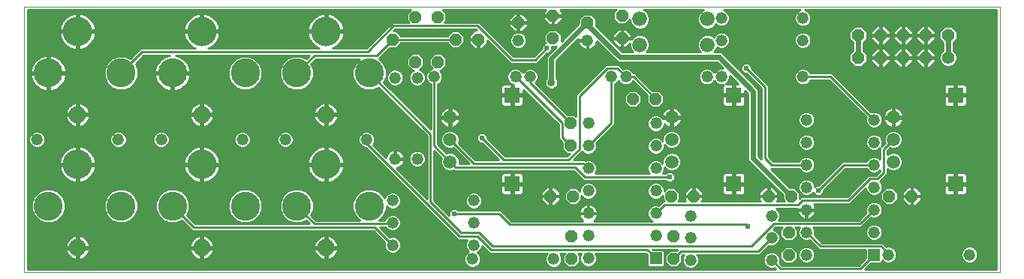
<source format=gtl>
G75*
G70*
%OFA0B0*%
%FSLAX24Y24*%
%IPPOS*%
%LPD*%
%AMOC8*
5,1,8,0,0,1.08239X$1,22.5*
%
%ADD10C,0.0000*%
%ADD11OC8,0.0520*%
%ADD12C,0.0520*%
%ADD13C,0.0660*%
%ADD14C,0.0560*%
%ADD15OC8,0.0560*%
%ADD16C,0.1306*%
%ADD17C,0.1286*%
%ADD18C,0.0768*%
%ADD19R,0.0520X0.0520*%
%ADD20R,0.0709X0.0709*%
%ADD21C,0.0594*%
%ADD22C,0.0240*%
%ADD23C,0.0360*%
%ADD24C,0.0100*%
%ADD25C,0.0240*%
D10*
X000190Y000492D02*
X000190Y012303D01*
X043497Y012303D01*
X043497Y000492D01*
X000190Y000492D01*
D11*
X023548Y003878D03*
X024548Y003878D03*
X028903Y003878D03*
X029903Y003878D03*
X033233Y003878D03*
X034233Y003878D03*
X038588Y003878D03*
X039588Y003878D03*
X034127Y002252D03*
X034127Y001252D03*
X029009Y001094D03*
X029009Y002094D03*
X024481Y002094D03*
X024481Y001094D03*
X024442Y006134D03*
X024442Y007134D03*
X027210Y008208D03*
X028210Y008208D03*
X020336Y010846D03*
X019336Y010846D03*
X022119Y011601D03*
X023655Y011897D03*
X025190Y011601D03*
X026725Y011897D03*
X026725Y010897D03*
X023655Y010897D03*
X018552Y011846D03*
X017552Y011846D03*
X016552Y010846D03*
X017552Y009846D03*
X018552Y009846D03*
D12*
X018387Y009193D03*
X017631Y009145D03*
X016647Y009145D03*
X021993Y009193D03*
X022639Y009193D03*
X026245Y009193D03*
X026891Y009193D03*
X030497Y009193D03*
X031143Y009193D03*
X034749Y009193D03*
X034749Y010807D03*
X034749Y011791D03*
X031143Y011791D03*
X031143Y010807D03*
X025190Y010801D03*
X022119Y010801D03*
X025225Y007114D03*
X025225Y006114D03*
X025225Y005114D03*
X025225Y004114D03*
X025225Y003114D03*
X028225Y003114D03*
X029765Y003012D03*
X029765Y002027D03*
X028225Y002114D03*
X029765Y001043D03*
X033371Y001043D03*
X034910Y001271D03*
X033371Y002027D03*
X034910Y002271D03*
X033371Y003012D03*
X034910Y003271D03*
X034910Y004271D03*
X034910Y005271D03*
X034910Y006271D03*
X034910Y007271D03*
X037910Y007271D03*
X037910Y006271D03*
X037910Y005271D03*
X037910Y004271D03*
X037910Y003271D03*
X037910Y002271D03*
X038544Y001279D03*
X042151Y001279D03*
X028225Y004114D03*
X028225Y005114D03*
X028225Y006114D03*
X028225Y007114D03*
X020143Y003681D03*
X020143Y002697D03*
X020143Y001712D03*
X020080Y001083D03*
X016536Y001712D03*
X016536Y002697D03*
X016536Y003681D03*
X016647Y005539D03*
X017631Y005539D03*
X015379Y006397D03*
X011773Y006397D03*
X009867Y006397D03*
X006261Y006397D03*
X004355Y006397D03*
X000749Y006397D03*
X023686Y001083D03*
X025225Y001114D03*
X025225Y002114D03*
D13*
X027509Y010610D03*
X030509Y010610D03*
X030509Y011752D03*
X027509Y011752D03*
D14*
X041206Y010031D03*
D15*
X040206Y010031D03*
X039206Y010031D03*
X038206Y010031D03*
X037206Y010031D03*
X037206Y011031D03*
X038206Y011031D03*
X039206Y011031D03*
X040206Y011031D03*
X041206Y011031D03*
D16*
X013576Y011201D03*
X008064Y011201D03*
X002552Y011201D03*
X002552Y005295D03*
X008064Y005295D03*
X013576Y005295D03*
D17*
X012277Y003445D03*
X009993Y003445D03*
X006765Y003445D03*
X004481Y003445D03*
X001253Y003445D03*
X015505Y003445D03*
X015505Y009350D03*
X012277Y009350D03*
X009993Y009350D03*
X006765Y009350D03*
X004481Y009350D03*
X001253Y009350D03*
D18*
X002552Y007500D03*
X008064Y007500D03*
X013576Y007500D03*
X013576Y001594D03*
X008064Y001594D03*
X002552Y001594D03*
D19*
X028225Y001114D03*
X037910Y001271D03*
D20*
X041529Y004429D03*
X031686Y004429D03*
X021844Y004429D03*
X021844Y008366D03*
X031686Y008366D03*
X041529Y008366D03*
D21*
X038773Y007382D03*
X038773Y006397D03*
X038773Y005413D03*
X028930Y005413D03*
X028930Y006397D03*
X028930Y007382D03*
X019088Y007382D03*
X019088Y006397D03*
X019088Y005413D03*
D22*
X023590Y008932D02*
X023590Y010001D01*
X025190Y011601D01*
X025190Y011492D01*
X026630Y010052D01*
X031030Y010052D01*
X032550Y008532D01*
X032550Y005561D01*
X034233Y003878D01*
X037198Y010031D02*
X037198Y010768D01*
X037198Y010807D01*
X037206Y010031D02*
X037198Y010031D01*
X041206Y010031D02*
X041214Y010031D01*
X041214Y010846D01*
D23*
X023590Y008932D03*
D24*
X023330Y009061D02*
X022985Y009061D01*
X023009Y009119D02*
X023009Y009266D01*
X022952Y009402D01*
X022848Y009506D01*
X022712Y009563D01*
X022565Y009563D01*
X022429Y009506D01*
X022325Y009402D01*
X022316Y009380D01*
X022307Y009402D01*
X022203Y009506D01*
X022067Y009563D01*
X021920Y009563D01*
X021784Y009506D01*
X021679Y009402D01*
X021623Y009266D01*
X021623Y009119D01*
X021679Y008983D01*
X021784Y008879D01*
X021894Y008834D01*
X021894Y008416D01*
X022348Y008416D01*
X022348Y008612D01*
X023910Y007050D01*
X023910Y006439D01*
X024072Y006277D01*
X024072Y005980D01*
X024289Y005764D01*
X024395Y005764D01*
X024284Y005652D01*
X021536Y005652D01*
X020740Y006448D01*
X020740Y006547D01*
X020605Y006682D01*
X020415Y006682D01*
X020280Y006547D01*
X020280Y006357D01*
X020415Y006222D01*
X020514Y006222D01*
X021244Y005492D01*
X020216Y005492D01*
X019464Y006244D01*
X019494Y006317D01*
X019494Y006478D01*
X019433Y006628D01*
X019318Y006742D01*
X019169Y006804D01*
X019007Y006804D01*
X018857Y006742D01*
X018743Y006628D01*
X018681Y006478D01*
X018681Y006317D01*
X018743Y006167D01*
X018857Y006053D01*
X019007Y005991D01*
X019169Y005991D01*
X019237Y006019D01*
X019924Y005332D01*
X019494Y005332D01*
X019494Y005332D01*
X019494Y005494D01*
X019433Y005644D01*
X019318Y005758D01*
X019169Y005820D01*
X019007Y005820D01*
X018936Y005791D01*
X018547Y006180D01*
X018547Y008859D01*
X018596Y008879D01*
X018701Y008983D01*
X018757Y009119D01*
X018757Y009266D01*
X018701Y009402D01*
X018627Y009476D01*
X018705Y009476D01*
X018922Y009693D01*
X018922Y010000D01*
X018705Y010216D01*
X018399Y010216D01*
X018182Y010000D01*
X018182Y009693D01*
X018313Y009563D01*
X018177Y009506D01*
X018073Y009402D01*
X018017Y009266D01*
X018017Y009119D01*
X018073Y008983D01*
X018177Y008879D01*
X018227Y008859D01*
X018227Y006855D01*
X016147Y008934D01*
X016258Y009200D01*
X016258Y009500D01*
X016143Y009777D01*
X015931Y009989D01*
X015924Y009992D01*
X016408Y010476D01*
X016705Y010476D01*
X016915Y010686D01*
X018972Y010686D01*
X019182Y010476D01*
X019489Y010476D01*
X019706Y010693D01*
X019706Y011000D01*
X019489Y011216D01*
X019182Y011216D01*
X018972Y011006D01*
X016915Y011006D01*
X016705Y011216D01*
X016581Y011216D01*
X016656Y011292D01*
X020244Y011292D01*
X020279Y011256D01*
X020166Y011256D01*
X019926Y011016D01*
X019926Y010876D01*
X020306Y010876D01*
X020306Y010816D01*
X020366Y010816D01*
X020366Y010436D01*
X020505Y010436D01*
X020746Y010676D01*
X020746Y010790D01*
X021764Y009772D01*
X022936Y009772D01*
X023030Y009866D01*
X023386Y010222D01*
X023485Y010222D01*
X023620Y010357D01*
X023620Y010527D01*
X023792Y010527D01*
X023360Y010096D01*
X023360Y009112D01*
X023344Y009096D01*
X023300Y008990D01*
X023300Y008874D01*
X023344Y008768D01*
X023426Y008686D01*
X023532Y008642D01*
X023648Y008642D01*
X023754Y008686D01*
X023836Y008768D01*
X023880Y008874D01*
X023880Y008990D01*
X023836Y009096D01*
X023820Y009112D01*
X023820Y009905D01*
X024786Y010871D01*
X024780Y010833D01*
X024780Y010831D01*
X025160Y010831D01*
X025160Y010771D01*
X024780Y010771D01*
X024780Y010768D01*
X024790Y010705D01*
X024810Y010643D01*
X024839Y010586D01*
X024877Y010534D01*
X024923Y010488D01*
X024975Y010450D01*
X025033Y010421D01*
X025094Y010401D01*
X025158Y010391D01*
X025160Y010391D01*
X025160Y010771D01*
X025220Y010771D01*
X025220Y010391D01*
X025222Y010391D01*
X025286Y010401D01*
X025347Y010421D01*
X025405Y010450D01*
X025457Y010488D01*
X025503Y010534D01*
X025541Y010586D01*
X025570Y010643D01*
X025590Y010705D01*
X025598Y010758D01*
X026535Y009822D01*
X030935Y009822D01*
X031194Y009563D01*
X031069Y009563D01*
X030933Y009506D01*
X030829Y009402D01*
X030820Y009380D01*
X030811Y009402D01*
X030707Y009506D01*
X030571Y009563D01*
X030423Y009563D01*
X030287Y009506D01*
X030183Y009402D01*
X030127Y009266D01*
X030127Y009119D01*
X030183Y008983D01*
X030287Y008879D01*
X030423Y008823D01*
X030571Y008823D01*
X030707Y008879D01*
X030811Y008983D01*
X030820Y009005D01*
X030829Y008983D01*
X030933Y008879D01*
X031069Y008823D01*
X031216Y008823D01*
X031226Y008827D01*
X031212Y008812D01*
X031192Y008778D01*
X031182Y008740D01*
X031182Y008416D01*
X031636Y008416D01*
X031636Y008316D01*
X031182Y008316D01*
X031182Y007992D01*
X031192Y007954D01*
X031212Y007920D01*
X031240Y007892D01*
X031274Y007872D01*
X031312Y007862D01*
X031636Y007862D01*
X031636Y008316D01*
X031736Y008316D01*
X031736Y007862D01*
X032060Y007862D01*
X032098Y007872D01*
X032132Y007892D01*
X032160Y007920D01*
X032180Y007954D01*
X032190Y007992D01*
X032190Y008316D01*
X031736Y008316D01*
X031736Y008416D01*
X031636Y008416D01*
X031636Y008870D01*
X031331Y008870D01*
X031352Y008879D01*
X031456Y008983D01*
X031513Y009119D01*
X031513Y009244D01*
X031886Y008870D01*
X031736Y008870D01*
X031736Y008416D01*
X032190Y008416D01*
X032190Y008566D01*
X032320Y008437D01*
X032320Y005466D01*
X032455Y005331D01*
X033863Y003923D01*
X033863Y003725D01*
X033936Y003652D01*
X033587Y003652D01*
X033643Y003708D01*
X033643Y003848D01*
X033263Y003848D01*
X033263Y003908D01*
X033203Y003908D01*
X033203Y003848D01*
X032823Y003848D01*
X032823Y003708D01*
X032879Y003652D01*
X030257Y003652D01*
X030313Y003708D01*
X030313Y003848D01*
X029933Y003848D01*
X029933Y003908D01*
X030313Y003908D01*
X030313Y004048D01*
X030072Y004288D01*
X029933Y004288D01*
X029933Y003908D01*
X029873Y003908D01*
X029873Y004288D01*
X029733Y004288D01*
X029493Y004048D01*
X029493Y003908D01*
X029873Y003908D01*
X029873Y003848D01*
X029493Y003848D01*
X029493Y003708D01*
X029549Y003652D01*
X029200Y003652D01*
X029273Y003725D01*
X029273Y004031D01*
X029056Y004248D01*
X028749Y004248D01*
X028595Y004094D01*
X028595Y004188D01*
X028539Y004324D01*
X028435Y004428D01*
X028299Y004484D01*
X028152Y004484D01*
X028016Y004428D01*
X027912Y004324D01*
X027855Y004188D01*
X027855Y004040D01*
X027912Y003904D01*
X028016Y003800D01*
X028152Y003744D01*
X028299Y003744D01*
X028435Y003800D01*
X028533Y003898D01*
X028533Y003725D01*
X028605Y003652D01*
X028537Y003652D01*
X028443Y003558D01*
X028349Y003463D01*
X028299Y003484D01*
X028152Y003484D01*
X028016Y003428D01*
X027912Y003324D01*
X027855Y003188D01*
X027855Y003040D01*
X027912Y002904D01*
X028016Y002800D01*
X028070Y002778D01*
X025460Y002778D01*
X025493Y002801D01*
X025538Y002847D01*
X025576Y002899D01*
X025605Y002957D01*
X025625Y003018D01*
X025635Y003082D01*
X025635Y003084D01*
X025255Y003084D01*
X025255Y003144D01*
X025195Y003144D01*
X025195Y003084D01*
X024815Y003084D01*
X024815Y003082D01*
X024826Y003018D01*
X024845Y002957D01*
X024875Y002899D01*
X024913Y002847D01*
X024958Y002801D01*
X024990Y002778D01*
X021810Y002778D01*
X021430Y003158D01*
X021336Y003252D01*
X019435Y003252D01*
X019365Y003322D01*
X019175Y003322D01*
X019040Y003187D01*
X019040Y003028D01*
X018381Y003687D01*
X018381Y005893D01*
X018710Y005565D01*
X018681Y005494D01*
X018681Y005332D01*
X018743Y005183D01*
X018857Y005068D01*
X019007Y005006D01*
X019169Y005006D01*
X019239Y005036D01*
X019263Y005012D01*
X024564Y005012D01*
X025004Y004572D01*
X028665Y004572D01*
X028735Y004502D01*
X028925Y004502D01*
X029060Y004637D01*
X029060Y004827D01*
X028925Y004962D01*
X028735Y004962D01*
X028665Y004892D01*
X028527Y004892D01*
X028539Y004904D01*
X028595Y005040D01*
X028595Y005173D01*
X028700Y005068D01*
X028849Y005006D01*
X029011Y005006D01*
X029161Y005068D01*
X029275Y005183D01*
X029337Y005332D01*
X029337Y005494D01*
X029275Y005644D01*
X029161Y005758D01*
X029011Y005820D01*
X028849Y005820D01*
X028700Y005758D01*
X028585Y005644D01*
X028523Y005494D01*
X028523Y005339D01*
X028435Y005428D01*
X028299Y005484D01*
X028152Y005484D01*
X028016Y005428D01*
X027912Y005324D01*
X027855Y005188D01*
X027855Y005040D01*
X027912Y004904D01*
X027924Y004892D01*
X025527Y004892D01*
X025539Y004904D01*
X025595Y005040D01*
X025595Y005188D01*
X025539Y005324D01*
X025435Y005428D01*
X025299Y005484D01*
X025152Y005484D01*
X025102Y005463D01*
X025074Y005492D01*
X024576Y005492D01*
X024950Y005866D01*
X025016Y005800D01*
X025152Y005744D01*
X025299Y005744D01*
X025435Y005800D01*
X025539Y005904D01*
X025595Y006040D01*
X025595Y006188D01*
X025575Y006237D01*
X026311Y006974D01*
X026405Y007067D01*
X026405Y008859D01*
X026455Y008879D01*
X026559Y008983D01*
X026568Y009005D01*
X026577Y008983D01*
X026681Y008879D01*
X026817Y008823D01*
X026964Y008823D01*
X027100Y008879D01*
X027204Y008983D01*
X027206Y008986D01*
X027840Y008352D01*
X027840Y008055D01*
X028056Y007838D01*
X028363Y007838D01*
X028580Y008055D01*
X028580Y008362D01*
X028363Y008578D01*
X028066Y008578D01*
X027385Y009259D01*
X027292Y009353D01*
X027225Y009353D01*
X027204Y009402D01*
X027100Y009506D01*
X026964Y009563D01*
X026817Y009563D01*
X026768Y009542D01*
X026672Y009638D01*
X026578Y009732D01*
X026004Y009732D01*
X024764Y008492D01*
X024670Y008398D01*
X024670Y007429D01*
X024595Y007504D01*
X024298Y007504D01*
X022886Y008916D01*
X022952Y008983D01*
X023009Y009119D01*
X023009Y009160D02*
X023360Y009160D01*
X023360Y009258D02*
X023009Y009258D01*
X022971Y009357D02*
X023360Y009357D01*
X023360Y009455D02*
X022899Y009455D01*
X022734Y009554D02*
X023360Y009554D01*
X023360Y009652D02*
X018882Y009652D01*
X018922Y009751D02*
X023360Y009751D01*
X023360Y009849D02*
X023014Y009849D01*
X023030Y009866D02*
X023030Y009866D01*
X023112Y009948D02*
X023360Y009948D01*
X023360Y010046D02*
X023211Y010046D01*
X023309Y010145D02*
X023409Y010145D01*
X023507Y010243D02*
X023508Y010243D01*
X023605Y010342D02*
X023606Y010342D01*
X023620Y010440D02*
X023705Y010440D01*
X023390Y010452D02*
X022870Y009932D01*
X021830Y009932D01*
X020310Y011452D01*
X016590Y011452D01*
X015430Y010292D01*
X005423Y010292D01*
X004481Y009350D01*
X005234Y009357D02*
X006715Y009357D01*
X006715Y009400D02*
X006715Y009300D01*
X006815Y009300D01*
X006815Y009400D01*
X007558Y009400D01*
X007558Y009402D01*
X007544Y009505D01*
X007517Y009606D01*
X007477Y009702D01*
X007425Y009792D01*
X007362Y009874D01*
X007289Y009948D01*
X007206Y010011D01*
X007116Y010063D01*
X007020Y010103D01*
X006920Y010130D01*
X006902Y010132D01*
X012832Y010132D01*
X012693Y009993D01*
X012426Y010103D01*
X012127Y010103D01*
X011850Y009989D01*
X011638Y009777D01*
X011524Y009500D01*
X011524Y009200D01*
X011638Y008924D01*
X011850Y008712D01*
X012127Y008597D01*
X012426Y008597D01*
X012703Y008712D01*
X012915Y008924D01*
X013030Y009200D01*
X013030Y009500D01*
X012919Y009766D01*
X013125Y009972D01*
X015062Y009972D01*
X014867Y009777D01*
X014752Y009500D01*
X014752Y009200D01*
X014867Y008924D01*
X015078Y008712D01*
X015355Y008597D01*
X015655Y008597D01*
X015921Y008708D01*
X018061Y006567D01*
X018061Y003767D01*
X016696Y005132D01*
X016743Y005139D01*
X016804Y005159D01*
X016862Y005189D01*
X016914Y005226D01*
X016959Y005272D01*
X016997Y005324D01*
X017027Y005382D01*
X017047Y005443D01*
X017057Y005507D01*
X017057Y005509D01*
X016677Y005509D01*
X016677Y005569D01*
X017057Y005569D01*
X017057Y005571D01*
X017047Y005635D01*
X017027Y005697D01*
X016997Y005754D01*
X016959Y005806D01*
X016914Y005852D01*
X016862Y005890D01*
X016804Y005919D01*
X016743Y005939D01*
X016679Y005949D01*
X016677Y005949D01*
X016677Y005569D01*
X016617Y005569D01*
X016617Y005949D01*
X016614Y005949D01*
X016551Y005939D01*
X016489Y005919D01*
X016432Y005890D01*
X016380Y005852D01*
X016334Y005806D01*
X016296Y005754D01*
X016267Y005697D01*
X016247Y005635D01*
X016239Y005589D01*
X015666Y006162D01*
X015693Y006188D01*
X015749Y006324D01*
X015749Y006471D01*
X015693Y006607D01*
X015589Y006711D01*
X015453Y006767D01*
X015305Y006767D01*
X015169Y006711D01*
X015065Y006607D01*
X015009Y006471D01*
X015009Y006324D01*
X015065Y006188D01*
X015169Y006084D01*
X015305Y006027D01*
X015348Y006027D01*
X019444Y001932D01*
X019839Y001932D01*
X019829Y001922D01*
X019773Y001786D01*
X019773Y001639D01*
X019829Y001503D01*
X019917Y001415D01*
X019870Y001396D01*
X019766Y001292D01*
X019710Y001156D01*
X019710Y001009D01*
X019766Y000873D01*
X019870Y000769D01*
X020006Y000713D01*
X020153Y000713D01*
X020289Y000769D01*
X020393Y000873D01*
X020450Y001009D01*
X020450Y001156D01*
X020393Y001292D01*
X020306Y001380D01*
X020352Y001399D01*
X020456Y001503D01*
X020513Y001639D01*
X020513Y001663D01*
X020844Y001332D01*
X023412Y001332D01*
X023372Y001292D01*
X023316Y001156D01*
X023316Y001009D01*
X023372Y000873D01*
X023476Y000769D01*
X023612Y000713D01*
X023760Y000713D01*
X023896Y000769D01*
X024000Y000873D01*
X024056Y001009D01*
X024056Y001156D01*
X024000Y001292D01*
X023960Y001332D01*
X024196Y001332D01*
X024111Y001248D01*
X024111Y000941D01*
X024328Y000724D01*
X024635Y000724D01*
X024851Y000941D01*
X024851Y001248D01*
X024767Y001332D01*
X024920Y001332D01*
X024912Y001324D01*
X024855Y001188D01*
X024855Y001040D01*
X024912Y000904D01*
X025016Y000800D01*
X025152Y000744D01*
X025299Y000744D01*
X025435Y000800D01*
X025539Y000904D01*
X025595Y001040D01*
X025595Y001188D01*
X025539Y001324D01*
X025531Y001332D01*
X027781Y001332D01*
X027855Y001258D01*
X027855Y000808D01*
X027920Y000744D01*
X028531Y000744D01*
X028595Y000808D01*
X028595Y001420D01*
X028531Y001484D01*
X028082Y001484D01*
X028074Y001492D01*
X029180Y001492D01*
X029153Y001464D01*
X028856Y001464D01*
X028639Y001248D01*
X028639Y000941D01*
X028856Y000724D01*
X029162Y000724D01*
X029379Y000941D01*
X029379Y001238D01*
X029418Y001277D01*
X029475Y001277D01*
X029451Y001253D01*
X029395Y001117D01*
X029395Y000970D01*
X029451Y000834D01*
X029555Y000729D01*
X029691Y000673D01*
X029838Y000673D01*
X029974Y000729D01*
X030078Y000834D01*
X030135Y000970D01*
X030135Y001117D01*
X030078Y001253D01*
X030054Y001277D01*
X032847Y001277D01*
X033248Y001678D01*
X033298Y001657D01*
X033445Y001657D01*
X033581Y001714D01*
X033685Y001818D01*
X033741Y001954D01*
X033741Y002101D01*
X033685Y002237D01*
X033581Y002341D01*
X033445Y002397D01*
X033442Y002397D01*
X033536Y002492D01*
X033844Y002492D01*
X033757Y002405D01*
X033757Y002099D01*
X033974Y001882D01*
X034280Y001882D01*
X034497Y002099D01*
X034497Y002405D01*
X034410Y002492D01*
X034608Y002492D01*
X034597Y002481D01*
X034540Y002345D01*
X034540Y002198D01*
X034597Y002062D01*
X034701Y001958D01*
X034837Y001901D01*
X034984Y001901D01*
X035034Y001922D01*
X035464Y001492D01*
X037540Y001492D01*
X037540Y001128D01*
X037225Y000812D01*
X033829Y000812D01*
X033721Y000920D01*
X033741Y000970D01*
X033741Y001117D01*
X033685Y001253D01*
X033581Y001357D01*
X033445Y001413D01*
X033298Y001413D01*
X033162Y001357D01*
X033057Y001253D01*
X033001Y001117D01*
X033001Y000970D01*
X033057Y000834D01*
X033162Y000729D01*
X033298Y000673D01*
X033445Y000673D01*
X033494Y000694D01*
X033546Y000642D01*
X000340Y000642D01*
X000340Y012153D01*
X017336Y012153D01*
X017182Y012000D01*
X017182Y011693D01*
X017263Y011612D01*
X016524Y011612D01*
X015364Y010452D01*
X013866Y010452D01*
X013932Y010479D01*
X014023Y010532D01*
X014106Y010596D01*
X014181Y010670D01*
X014245Y010754D01*
X014297Y010845D01*
X014338Y010942D01*
X014365Y011044D01*
X014379Y011148D01*
X014379Y011151D01*
X013626Y011151D01*
X013626Y011251D01*
X013526Y011251D01*
X013526Y012003D01*
X013523Y012003D01*
X013419Y011990D01*
X013317Y011962D01*
X013220Y011922D01*
X013129Y011870D01*
X013045Y011805D01*
X012971Y011731D01*
X012907Y011648D01*
X012854Y011556D01*
X012814Y011459D01*
X012787Y011358D01*
X012773Y011253D01*
X012773Y011251D01*
X013526Y011251D01*
X013526Y011151D01*
X012773Y011151D01*
X012773Y011148D01*
X012787Y011044D01*
X012814Y010942D01*
X012854Y010845D01*
X012907Y010754D01*
X012971Y010670D01*
X013045Y010596D01*
X013129Y010532D01*
X013220Y010479D01*
X013286Y010452D01*
X008354Y010452D01*
X008420Y010479D01*
X008511Y010532D01*
X008594Y010596D01*
X008669Y010670D01*
X008733Y010754D01*
X008786Y010845D01*
X008826Y010942D01*
X008853Y011044D01*
X008867Y011148D01*
X008867Y011151D01*
X008114Y011151D01*
X008114Y011251D01*
X008014Y011251D01*
X008014Y012003D01*
X008011Y012003D01*
X007907Y011990D01*
X007805Y011962D01*
X007708Y011922D01*
X007617Y011870D01*
X007534Y011805D01*
X007459Y011731D01*
X007395Y011648D01*
X007343Y011556D01*
X007302Y011459D01*
X007275Y011358D01*
X007261Y011253D01*
X007261Y011251D01*
X008014Y011251D01*
X008014Y011151D01*
X007261Y011151D01*
X007261Y011148D01*
X007275Y011044D01*
X007302Y010942D01*
X007343Y010845D01*
X007395Y010754D01*
X007459Y010670D01*
X007534Y010596D01*
X007617Y010532D01*
X007708Y010479D01*
X007774Y010452D01*
X005357Y010452D01*
X004898Y009993D01*
X004631Y010103D01*
X004332Y010103D01*
X004055Y009989D01*
X003843Y009777D01*
X003728Y009500D01*
X003728Y009200D01*
X003843Y008924D01*
X004055Y008712D01*
X004332Y008597D01*
X004631Y008597D01*
X004908Y008712D01*
X005120Y008924D01*
X005234Y009200D01*
X005234Y009500D01*
X005124Y009766D01*
X005489Y010132D01*
X006628Y010132D01*
X006610Y010130D01*
X006509Y010103D01*
X006413Y010063D01*
X006323Y010011D01*
X006241Y009948D01*
X005305Y009948D01*
X005207Y009849D02*
X006148Y009849D01*
X006167Y009874D02*
X006104Y009792D01*
X006052Y009702D01*
X006012Y009606D01*
X005985Y009505D01*
X005972Y009402D01*
X005972Y009400D01*
X006715Y009400D01*
X006715Y009300D02*
X005972Y009300D01*
X005972Y009298D01*
X005985Y009195D01*
X006012Y009095D01*
X006052Y008999D01*
X006104Y008909D01*
X006167Y008826D01*
X006241Y008753D01*
X006323Y008690D01*
X006413Y008638D01*
X006509Y008598D01*
X006610Y008571D01*
X006713Y008557D01*
X006715Y008557D01*
X006715Y009300D01*
X006715Y009258D02*
X006815Y009258D01*
X006815Y009300D02*
X006815Y008557D01*
X006817Y008557D01*
X006920Y008571D01*
X007020Y008598D01*
X007116Y008638D01*
X007206Y008690D01*
X007289Y008753D01*
X007362Y008826D01*
X007425Y008909D01*
X007477Y008999D01*
X007517Y009095D01*
X007544Y009195D01*
X007558Y009298D01*
X007558Y009300D01*
X006815Y009300D01*
X006815Y009357D02*
X009240Y009357D01*
X009240Y009455D02*
X007551Y009455D01*
X007531Y009554D02*
X009263Y009554D01*
X009240Y009500D02*
X009240Y009200D01*
X009355Y008924D01*
X009567Y008712D01*
X009843Y008597D01*
X010143Y008597D01*
X010420Y008712D01*
X010631Y008924D01*
X010746Y009200D01*
X010746Y009500D01*
X010631Y009777D01*
X010420Y009989D01*
X010143Y010103D01*
X009843Y010103D01*
X009567Y009989D01*
X009355Y009777D01*
X009240Y009500D01*
X009303Y009652D02*
X007498Y009652D01*
X007449Y009751D02*
X009344Y009751D01*
X009428Y009849D02*
X007381Y009849D01*
X007288Y009948D02*
X009526Y009948D01*
X009707Y010046D02*
X007145Y010046D01*
X006385Y010046D02*
X005404Y010046D01*
X005148Y010243D02*
X000340Y010243D01*
X000340Y010145D02*
X005050Y010145D01*
X004951Y010046D02*
X004768Y010046D01*
X004195Y010046D02*
X001633Y010046D01*
X001604Y010063D02*
X001508Y010103D01*
X001408Y010130D01*
X001305Y010143D01*
X001303Y010143D01*
X001303Y009400D01*
X002046Y009400D01*
X002046Y009402D01*
X002032Y009505D01*
X002005Y009606D01*
X001966Y009702D01*
X001914Y009792D01*
X001850Y009874D01*
X001777Y009948D01*
X001694Y010011D01*
X001604Y010063D01*
X001776Y009948D02*
X004014Y009948D01*
X003916Y009849D02*
X001869Y009849D01*
X001937Y009751D02*
X003832Y009751D01*
X003792Y009652D02*
X001986Y009652D01*
X002019Y009554D02*
X003751Y009554D01*
X003728Y009455D02*
X002039Y009455D01*
X002046Y009300D02*
X001303Y009300D01*
X001303Y008557D01*
X001305Y008557D01*
X001408Y008571D01*
X001508Y008598D01*
X001604Y008638D01*
X001694Y008690D01*
X001777Y008753D01*
X001850Y008826D01*
X001914Y008909D01*
X001966Y008999D01*
X002005Y009095D01*
X002032Y009195D01*
X002046Y009298D01*
X002046Y009300D01*
X002041Y009258D02*
X003728Y009258D01*
X003728Y009357D02*
X001303Y009357D01*
X001303Y009400D02*
X001303Y009300D01*
X001203Y009300D01*
X001203Y008557D01*
X001201Y008557D01*
X001098Y008571D01*
X000998Y008598D01*
X000902Y008638D01*
X000812Y008690D01*
X000729Y008753D01*
X000656Y008826D01*
X000592Y008909D01*
X000540Y008999D01*
X000501Y009095D01*
X000474Y009195D01*
X000460Y009298D01*
X000460Y009300D01*
X001203Y009300D01*
X001203Y009400D01*
X000460Y009400D01*
X000460Y009402D01*
X000474Y009505D01*
X000501Y009606D01*
X000540Y009702D01*
X000592Y009792D01*
X000656Y009874D01*
X000729Y009948D01*
X000812Y010011D01*
X000902Y010063D01*
X000998Y010103D01*
X001098Y010130D01*
X001201Y010143D01*
X001203Y010143D01*
X001203Y009400D01*
X001303Y009400D01*
X001303Y009455D02*
X001203Y009455D01*
X001203Y009357D02*
X000340Y009357D01*
X000340Y009455D02*
X000467Y009455D01*
X000487Y009554D02*
X000340Y009554D01*
X000340Y009652D02*
X000520Y009652D01*
X000569Y009751D02*
X000340Y009751D01*
X000340Y009849D02*
X000637Y009849D01*
X000730Y009948D02*
X000340Y009948D01*
X000340Y010046D02*
X000873Y010046D01*
X001203Y010046D02*
X001303Y010046D01*
X001303Y009948D02*
X001203Y009948D01*
X001203Y009849D02*
X001303Y009849D01*
X001303Y009751D02*
X001203Y009751D01*
X001203Y009652D02*
X001303Y009652D01*
X001303Y009554D02*
X001203Y009554D01*
X001203Y009258D02*
X001303Y009258D01*
X001303Y009160D02*
X001203Y009160D01*
X001203Y009061D02*
X001303Y009061D01*
X001303Y008963D02*
X001203Y008963D01*
X001203Y008864D02*
X001303Y008864D01*
X001303Y008766D02*
X001203Y008766D01*
X001203Y008667D02*
X001303Y008667D01*
X001303Y008569D02*
X001203Y008569D01*
X001112Y008569D02*
X000340Y008569D01*
X000340Y008667D02*
X000850Y008667D01*
X000716Y008766D02*
X000340Y008766D01*
X000340Y008864D02*
X000626Y008864D01*
X000561Y008963D02*
X000340Y008963D01*
X000340Y009061D02*
X000514Y009061D01*
X000483Y009160D02*
X000340Y009160D01*
X000340Y009258D02*
X000465Y009258D01*
X001790Y008766D02*
X004001Y008766D01*
X003902Y008864D02*
X001880Y008864D01*
X001945Y008963D02*
X003827Y008963D01*
X003786Y009061D02*
X001992Y009061D01*
X002023Y009160D02*
X003745Y009160D01*
X004162Y008667D02*
X001656Y008667D01*
X001394Y008569D02*
X006624Y008569D01*
X006715Y008569D02*
X006815Y008569D01*
X006905Y008569D02*
X016060Y008569D01*
X016158Y008470D02*
X000340Y008470D01*
X000340Y008372D02*
X016257Y008372D01*
X016355Y008273D02*
X000340Y008273D01*
X000340Y008175D02*
X016454Y008175D01*
X016552Y008076D02*
X000340Y008076D01*
X000340Y007978D02*
X002315Y007978D01*
X002347Y007995D02*
X002272Y007956D01*
X002204Y007907D01*
X002145Y007848D01*
X002096Y007780D01*
X002057Y007705D01*
X002031Y007625D01*
X002020Y007550D01*
X002502Y007550D01*
X002502Y007450D01*
X002020Y007450D01*
X002031Y007375D01*
X002057Y007295D01*
X002096Y007220D01*
X002145Y007152D01*
X002204Y007093D01*
X002272Y007043D01*
X002347Y007005D01*
X002427Y006979D01*
X002502Y006967D01*
X002502Y007450D01*
X002602Y007450D01*
X002602Y006967D01*
X002677Y006979D01*
X002757Y007005D01*
X002832Y007043D01*
X002900Y007093D01*
X002959Y007152D01*
X003009Y007220D01*
X003047Y007295D01*
X003073Y007375D01*
X003085Y007450D01*
X002602Y007450D01*
X002602Y007550D01*
X002502Y007550D01*
X002502Y008032D01*
X002427Y008021D01*
X002347Y007995D01*
X002502Y007978D02*
X002602Y007978D01*
X002602Y008032D02*
X002602Y007550D01*
X003085Y007550D01*
X003073Y007625D01*
X003047Y007705D01*
X003009Y007780D01*
X002959Y007848D01*
X002900Y007907D01*
X002832Y007956D01*
X002757Y007995D01*
X002677Y008021D01*
X002602Y008032D01*
X002602Y007879D02*
X002502Y007879D01*
X002502Y007781D02*
X002602Y007781D01*
X002602Y007682D02*
X002502Y007682D01*
X002502Y007584D02*
X002602Y007584D01*
X002602Y007485D02*
X008014Y007485D01*
X008014Y007450D02*
X008014Y007550D01*
X008014Y008032D01*
X007939Y008021D01*
X007859Y007995D01*
X007784Y007956D01*
X007716Y007907D01*
X007657Y007848D01*
X007607Y007780D01*
X007569Y007705D01*
X007543Y007625D01*
X007531Y007550D01*
X008014Y007550D01*
X008114Y007550D01*
X008114Y008032D01*
X008189Y008021D01*
X008269Y007995D01*
X008344Y007956D01*
X008412Y007907D01*
X008471Y007848D01*
X008521Y007780D01*
X008559Y007705D01*
X008585Y007625D01*
X008597Y007550D01*
X008114Y007550D01*
X008114Y007450D01*
X008597Y007450D01*
X008585Y007375D01*
X008559Y007295D01*
X008521Y007220D01*
X008471Y007152D01*
X008412Y007093D01*
X008344Y007043D01*
X008269Y007005D01*
X008189Y006979D01*
X008114Y006967D01*
X008114Y007450D01*
X008014Y007450D01*
X007531Y007450D01*
X007543Y007375D01*
X007569Y007295D01*
X007607Y007220D01*
X007657Y007152D01*
X007716Y007093D01*
X007784Y007043D01*
X007859Y007005D01*
X007939Y006979D01*
X008014Y006967D01*
X008014Y007450D01*
X008014Y007387D02*
X008114Y007387D01*
X008114Y007485D02*
X013526Y007485D01*
X013526Y007450D02*
X013526Y007550D01*
X013526Y008032D01*
X013451Y008021D01*
X013371Y007995D01*
X013296Y007956D01*
X013228Y007907D01*
X013169Y007848D01*
X013119Y007780D01*
X013081Y007705D01*
X013055Y007625D01*
X013043Y007550D01*
X013526Y007550D01*
X013626Y007550D01*
X013626Y008032D01*
X013701Y008021D01*
X013781Y007995D01*
X013856Y007956D01*
X013924Y007907D01*
X013983Y007848D01*
X014032Y007780D01*
X014071Y007705D01*
X014097Y007625D01*
X014108Y007550D01*
X013626Y007550D01*
X013626Y007450D01*
X014108Y007450D01*
X014097Y007375D01*
X014071Y007295D01*
X014032Y007220D01*
X013983Y007152D01*
X013924Y007093D01*
X013856Y007043D01*
X013781Y007005D01*
X013701Y006979D01*
X013626Y006967D01*
X013626Y007450D01*
X013526Y007450D01*
X013043Y007450D01*
X013055Y007375D01*
X013081Y007295D01*
X013119Y007220D01*
X013169Y007152D01*
X013228Y007093D01*
X013296Y007043D01*
X013371Y007005D01*
X013451Y006979D01*
X013526Y006967D01*
X013526Y007450D01*
X013526Y007387D02*
X013626Y007387D01*
X013626Y007485D02*
X017143Y007485D01*
X017242Y007387D02*
X014098Y007387D01*
X014067Y007288D02*
X017340Y007288D01*
X017439Y007190D02*
X014011Y007190D01*
X013922Y007091D02*
X017537Y007091D01*
X017636Y006993D02*
X013743Y006993D01*
X013626Y006993D02*
X013526Y006993D01*
X013526Y007091D02*
X013626Y007091D01*
X013626Y007190D02*
X013526Y007190D01*
X013526Y007288D02*
X013626Y007288D01*
X013230Y007091D02*
X008410Y007091D01*
X008499Y007190D02*
X013141Y007190D01*
X013084Y007288D02*
X008555Y007288D01*
X008587Y007387D02*
X013053Y007387D01*
X013049Y007584D02*
X008591Y007584D01*
X008566Y007682D02*
X013074Y007682D01*
X013120Y007781D02*
X008520Y007781D01*
X008439Y007879D02*
X013200Y007879D01*
X013338Y007978D02*
X008302Y007978D01*
X008114Y007978D02*
X008014Y007978D01*
X008014Y007879D02*
X008114Y007879D01*
X008114Y007781D02*
X008014Y007781D01*
X008014Y007682D02*
X008114Y007682D01*
X008114Y007584D02*
X008014Y007584D01*
X007562Y007682D02*
X003054Y007682D01*
X003079Y007584D02*
X007537Y007584D01*
X007541Y007387D02*
X003075Y007387D01*
X003044Y007288D02*
X007573Y007288D01*
X007629Y007190D02*
X002987Y007190D01*
X002898Y007091D02*
X007718Y007091D01*
X007896Y006993D02*
X002720Y006993D01*
X002602Y006993D02*
X002502Y006993D01*
X002502Y007091D02*
X002602Y007091D01*
X002602Y007190D02*
X002502Y007190D01*
X002502Y007288D02*
X002602Y007288D01*
X002602Y007387D02*
X002502Y007387D01*
X002502Y007485D02*
X000340Y007485D01*
X000340Y007387D02*
X002030Y007387D01*
X002061Y007288D02*
X000340Y007288D01*
X000340Y007190D02*
X002117Y007190D01*
X002206Y007091D02*
X000340Y007091D01*
X000340Y006993D02*
X002385Y006993D01*
X001119Y006471D02*
X001063Y006607D01*
X000959Y006711D01*
X000823Y006767D01*
X000675Y006767D01*
X000539Y006711D01*
X000435Y006607D01*
X000379Y006471D01*
X000379Y006324D01*
X000435Y006188D01*
X000539Y006084D01*
X000675Y006027D01*
X000823Y006027D01*
X000959Y006084D01*
X001063Y006188D01*
X001119Y006324D01*
X001119Y006471D01*
X001107Y006500D02*
X003998Y006500D01*
X003985Y006471D02*
X004042Y006607D01*
X004146Y006711D01*
X004282Y006767D01*
X004429Y006767D01*
X004565Y006711D01*
X004669Y006607D01*
X004725Y006471D01*
X004725Y006324D01*
X004669Y006188D01*
X004565Y006084D01*
X004429Y006027D01*
X004282Y006027D01*
X004146Y006084D01*
X004042Y006188D01*
X003985Y006324D01*
X003985Y006471D01*
X003985Y006402D02*
X001119Y006402D01*
X001111Y006303D02*
X003994Y006303D01*
X004035Y006205D02*
X001070Y006205D01*
X000981Y006106D02*
X004123Y006106D01*
X004588Y006106D02*
X006029Y006106D01*
X006051Y006084D02*
X006187Y006027D01*
X006334Y006027D01*
X006470Y006084D01*
X006575Y006188D01*
X006631Y006324D01*
X006631Y006471D01*
X006575Y006607D01*
X006470Y006711D01*
X006334Y006767D01*
X006187Y006767D01*
X006051Y006711D01*
X005947Y006607D01*
X005891Y006471D01*
X005891Y006324D01*
X005947Y006188D01*
X006051Y006084D01*
X005940Y006205D02*
X004676Y006205D01*
X004717Y006303D02*
X005899Y006303D01*
X005891Y006402D02*
X004725Y006402D01*
X004713Y006500D02*
X005903Y006500D01*
X005944Y006599D02*
X004672Y006599D01*
X004579Y006697D02*
X006038Y006697D01*
X006484Y006697D02*
X009644Y006697D01*
X009658Y006711D02*
X009553Y006607D01*
X009497Y006471D01*
X009497Y006324D01*
X009553Y006188D01*
X009658Y006084D01*
X009794Y006027D01*
X009941Y006027D01*
X010077Y006084D01*
X010181Y006188D01*
X010237Y006324D01*
X010237Y006471D01*
X010181Y006607D01*
X010077Y006711D01*
X009941Y006767D01*
X009794Y006767D01*
X009658Y006711D01*
X009550Y006599D02*
X006578Y006599D01*
X006619Y006500D02*
X009509Y006500D01*
X009497Y006402D02*
X006631Y006402D01*
X006622Y006303D02*
X009506Y006303D01*
X009546Y006205D02*
X006582Y006205D01*
X006493Y006106D02*
X009635Y006106D01*
X010099Y006106D02*
X011540Y006106D01*
X011563Y006084D02*
X011699Y006027D01*
X011846Y006027D01*
X011982Y006084D01*
X012086Y006188D01*
X012143Y006324D01*
X012143Y006471D01*
X012086Y006607D01*
X011982Y006711D01*
X011846Y006767D01*
X011699Y006767D01*
X011563Y006711D01*
X011459Y006607D01*
X011403Y006471D01*
X011403Y006324D01*
X011459Y006188D01*
X011563Y006084D01*
X011452Y006205D02*
X010188Y006205D01*
X010229Y006303D02*
X011411Y006303D01*
X011403Y006402D02*
X010237Y006402D01*
X010225Y006500D02*
X011415Y006500D01*
X011456Y006599D02*
X010184Y006599D01*
X010090Y006697D02*
X011549Y006697D01*
X011996Y006697D02*
X015156Y006697D01*
X015062Y006599D02*
X012090Y006599D01*
X012130Y006500D02*
X015021Y006500D01*
X015009Y006402D02*
X012143Y006402D01*
X012134Y006303D02*
X015017Y006303D01*
X015058Y006205D02*
X012093Y006205D01*
X012005Y006106D02*
X015147Y006106D01*
X015368Y006008D02*
X013947Y006008D01*
X013932Y006017D02*
X013834Y006057D01*
X013733Y006084D01*
X013628Y006098D01*
X013626Y006098D01*
X013626Y005345D01*
X014379Y005345D01*
X014379Y005348D01*
X014365Y005452D01*
X014338Y005554D01*
X014297Y005651D01*
X014245Y005742D01*
X014181Y005826D01*
X014106Y005900D01*
X014023Y005964D01*
X013932Y006017D01*
X014094Y005909D02*
X015466Y005909D01*
X015565Y005811D02*
X014192Y005811D01*
X014262Y005712D02*
X015663Y005712D01*
X015762Y005614D02*
X014313Y005614D01*
X014348Y005515D02*
X015860Y005515D01*
X015959Y005417D02*
X014369Y005417D01*
X014379Y005245D02*
X013626Y005245D01*
X013626Y005345D01*
X013526Y005345D01*
X013526Y006098D01*
X013523Y006098D01*
X013419Y006084D01*
X013317Y006057D01*
X013220Y006017D01*
X013129Y005964D01*
X013045Y005900D01*
X012971Y005826D01*
X012907Y005742D01*
X012854Y005651D01*
X012814Y005554D01*
X012787Y005452D01*
X012773Y005348D01*
X012773Y005345D01*
X013526Y005345D01*
X013526Y005245D01*
X013626Y005245D01*
X013626Y004492D01*
X013628Y004492D01*
X013733Y004506D01*
X013834Y004533D01*
X013932Y004574D01*
X014023Y004626D01*
X014106Y004690D01*
X014181Y004765D01*
X014245Y004848D01*
X014297Y004939D01*
X014338Y005037D01*
X014365Y005138D01*
X014379Y005242D01*
X014379Y005245D01*
X014376Y005220D02*
X016156Y005220D01*
X016254Y005121D02*
X014360Y005121D01*
X014332Y005023D02*
X016353Y005023D01*
X016451Y004924D02*
X014289Y004924D01*
X014228Y004826D02*
X016550Y004826D01*
X016648Y004727D02*
X014143Y004727D01*
X014026Y004629D02*
X016747Y004629D01*
X016845Y004530D02*
X013824Y004530D01*
X013626Y004530D02*
X013526Y004530D01*
X013526Y004492D02*
X013526Y005245D01*
X012773Y005245D01*
X012773Y005242D01*
X012787Y005138D01*
X012814Y005037D01*
X012854Y004939D01*
X012907Y004848D01*
X012971Y004765D01*
X013045Y004690D01*
X013129Y004626D01*
X013220Y004574D01*
X013317Y004533D01*
X013419Y004506D01*
X013523Y004492D01*
X013526Y004492D01*
X013526Y004629D02*
X013626Y004629D01*
X013626Y004727D02*
X013526Y004727D01*
X013526Y004826D02*
X013626Y004826D01*
X013626Y004924D02*
X013526Y004924D01*
X013526Y005023D02*
X013626Y005023D01*
X013626Y005121D02*
X013526Y005121D01*
X013526Y005220D02*
X013626Y005220D01*
X013626Y005318D02*
X016057Y005318D01*
X016214Y005614D02*
X016243Y005614D01*
X016275Y005712D02*
X016116Y005712D01*
X016017Y005811D02*
X016339Y005811D01*
X016470Y005909D02*
X015919Y005909D01*
X015820Y006008D02*
X018061Y006008D01*
X018061Y006106D02*
X015722Y006106D01*
X015700Y006205D02*
X018061Y006205D01*
X018061Y006303D02*
X015741Y006303D01*
X015749Y006402D02*
X018061Y006402D01*
X018061Y006500D02*
X015737Y006500D01*
X015696Y006599D02*
X018030Y006599D01*
X017931Y006697D02*
X015602Y006697D01*
X015379Y006397D02*
X015379Y006223D01*
X019510Y002092D01*
X020310Y002092D01*
X020910Y001492D01*
X027847Y001492D01*
X028225Y001114D01*
X027855Y001083D02*
X025595Y001083D01*
X025595Y001181D02*
X027855Y001181D01*
X027833Y001280D02*
X025557Y001280D01*
X024894Y001280D02*
X024819Y001280D01*
X024851Y001181D02*
X024855Y001181D01*
X024851Y001083D02*
X024855Y001083D01*
X024851Y000984D02*
X024879Y000984D01*
X024930Y000886D02*
X024796Y000886D01*
X024698Y000787D02*
X025047Y000787D01*
X025404Y000787D02*
X027876Y000787D01*
X027855Y000886D02*
X025521Y000886D01*
X025572Y000984D02*
X027855Y000984D01*
X028595Y000984D02*
X028639Y000984D01*
X028639Y001083D02*
X028595Y001083D01*
X028595Y001181D02*
X028639Y001181D01*
X028671Y001280D02*
X028595Y001280D01*
X028595Y001378D02*
X028770Y001378D01*
X028538Y001477D02*
X029165Y001477D01*
X029351Y001437D02*
X032781Y001437D01*
X033371Y002027D01*
X033714Y002166D02*
X033757Y002166D01*
X033757Y002265D02*
X033657Y002265D01*
X033757Y002363D02*
X033527Y002363D01*
X033506Y002462D02*
X033814Y002462D01*
X033470Y002652D02*
X037291Y002652D01*
X037910Y003271D01*
X037561Y003148D02*
X037540Y003198D01*
X037540Y003345D01*
X037597Y003481D01*
X037701Y003585D01*
X037837Y003641D01*
X037984Y003641D01*
X038120Y003585D01*
X038224Y003481D01*
X038280Y003345D01*
X038280Y003198D01*
X038224Y003062D01*
X038120Y002958D01*
X037984Y002901D01*
X037837Y002901D01*
X037787Y002922D01*
X037357Y002492D01*
X035213Y002492D01*
X035224Y002481D01*
X035280Y002345D01*
X035280Y002198D01*
X035260Y002148D01*
X035596Y001812D01*
X038296Y001812D01*
X038390Y001718D01*
X038462Y001646D01*
X038471Y001649D01*
X038618Y001649D01*
X038754Y001593D01*
X038858Y001489D01*
X038914Y001353D01*
X038914Y001206D01*
X038858Y001070D01*
X038754Y000966D01*
X038618Y000909D01*
X038471Y000909D01*
X038335Y000966D01*
X038280Y001020D01*
X038280Y000966D01*
X038216Y000901D01*
X037767Y000901D01*
X037507Y000642D01*
X043347Y000642D01*
X043347Y012153D01*
X034842Y012153D01*
X034959Y012105D01*
X035063Y012001D01*
X035119Y011865D01*
X035119Y011718D01*
X035063Y011582D01*
X034959Y011477D01*
X034823Y011421D01*
X034675Y011421D01*
X034539Y011477D01*
X034435Y011582D01*
X034379Y011718D01*
X034379Y011865D01*
X034435Y012001D01*
X034539Y012105D01*
X034656Y012153D01*
X031236Y012153D01*
X031352Y012105D01*
X031456Y012001D01*
X031513Y011865D01*
X031513Y011718D01*
X031456Y011582D01*
X031352Y011477D01*
X031216Y011421D01*
X031069Y011421D01*
X030933Y011477D01*
X030890Y011521D01*
X030882Y011503D01*
X030758Y011379D01*
X030596Y011312D01*
X030421Y011312D01*
X030260Y011379D01*
X030136Y011503D01*
X030069Y011664D01*
X030069Y011839D01*
X030136Y012001D01*
X030260Y012125D01*
X030328Y012153D01*
X027690Y012153D01*
X027758Y012125D01*
X027882Y012001D01*
X027949Y011839D01*
X027949Y011664D01*
X027882Y011503D01*
X027758Y011379D01*
X027596Y011312D01*
X027421Y011312D01*
X027260Y011379D01*
X027136Y011503D01*
X027069Y011664D01*
X027069Y011718D01*
X026879Y011527D01*
X026572Y011527D01*
X026355Y011744D01*
X026355Y012051D01*
X026458Y012153D01*
X023979Y012153D01*
X024065Y012067D01*
X024065Y011927D01*
X023685Y011927D01*
X023685Y011867D01*
X024065Y011867D01*
X024065Y011728D01*
X023824Y011487D01*
X023685Y011487D01*
X023685Y011867D01*
X023625Y011867D01*
X023625Y011487D01*
X023485Y011487D01*
X023245Y011728D01*
X023245Y011867D01*
X023625Y011867D01*
X023625Y011927D01*
X023245Y011927D01*
X023245Y012067D01*
X023330Y012153D01*
X018769Y012153D01*
X018922Y012000D01*
X018922Y011693D01*
X018841Y011612D01*
X020376Y011612D01*
X020470Y011518D01*
X021896Y010092D01*
X022804Y010092D01*
X023160Y010448D01*
X023160Y010547D01*
X023295Y010682D01*
X023347Y010682D01*
X023285Y010744D01*
X023285Y011051D01*
X023501Y011267D01*
X023808Y011267D01*
X024025Y011051D01*
X024025Y010760D01*
X024820Y011556D01*
X024820Y011754D01*
X025037Y011971D01*
X025343Y011971D01*
X025560Y011754D01*
X025560Y011447D01*
X025560Y011447D01*
X026725Y010282D01*
X027215Y010282D01*
X027136Y010361D01*
X027069Y010523D01*
X027069Y010661D01*
X026895Y010487D01*
X026755Y010487D01*
X026755Y010867D01*
X026695Y010867D01*
X026695Y010487D01*
X026556Y010487D01*
X026315Y010728D01*
X026315Y010867D01*
X026695Y010867D01*
X026695Y010927D01*
X026315Y010927D01*
X026315Y011067D01*
X026556Y011307D01*
X026695Y011307D01*
X026695Y010927D01*
X026755Y010927D01*
X027135Y010927D01*
X027135Y011067D01*
X026895Y011307D01*
X026755Y011307D01*
X026755Y010927D01*
X026755Y010867D01*
X027135Y010867D01*
X027135Y010858D01*
X027136Y010859D01*
X027260Y010983D01*
X027421Y011050D01*
X027596Y011050D01*
X027758Y010983D01*
X027882Y010859D01*
X027949Y010698D01*
X027949Y010523D01*
X027882Y010361D01*
X027803Y010282D01*
X030215Y010282D01*
X030136Y010361D01*
X030069Y010523D01*
X030069Y010698D01*
X030136Y010859D01*
X030260Y010983D01*
X030421Y011050D01*
X030596Y011050D01*
X030758Y010983D01*
X030799Y010943D01*
X030829Y011017D01*
X030933Y011121D01*
X031069Y011177D01*
X031216Y011177D01*
X031352Y011121D01*
X031456Y011017D01*
X031513Y010881D01*
X031513Y010733D01*
X031456Y010597D01*
X031352Y010493D01*
X031216Y010437D01*
X031069Y010437D01*
X030936Y010492D01*
X030882Y010361D01*
X030803Y010282D01*
X031125Y010282D01*
X031260Y010147D01*
X032780Y008627D01*
X032780Y005656D01*
X032910Y005526D01*
X032910Y008666D01*
X032234Y009342D01*
X032135Y009342D01*
X032000Y009477D01*
X032000Y009667D01*
X032135Y009802D01*
X032325Y009802D01*
X032460Y009667D01*
X032460Y009568D01*
X033230Y008798D01*
X033230Y005638D01*
X033437Y005431D01*
X034576Y005431D01*
X034597Y005481D01*
X034701Y005585D01*
X034837Y005641D01*
X034984Y005641D01*
X035120Y005585D01*
X035224Y005481D01*
X035280Y005345D01*
X035280Y005198D01*
X035224Y005062D01*
X035120Y004958D01*
X034984Y004901D01*
X034837Y004901D01*
X034701Y004958D01*
X034597Y005062D01*
X034576Y005111D01*
X033325Y005111D01*
X034189Y004248D01*
X034387Y004248D01*
X034603Y004031D01*
X034603Y003772D01*
X034684Y003852D01*
X036724Y003852D01*
X037590Y004718D01*
X037684Y004812D01*
X038004Y004812D01*
X038190Y004998D01*
X038190Y005028D01*
X038120Y004958D01*
X037984Y004901D01*
X037837Y004901D01*
X037701Y004958D01*
X037597Y005062D01*
X037576Y005111D01*
X036636Y005111D01*
X035660Y004136D01*
X035660Y004037D01*
X035525Y003902D01*
X035335Y003902D01*
X035200Y004037D01*
X035200Y004038D01*
X035120Y003958D01*
X034984Y003901D01*
X034837Y003901D01*
X034701Y003958D01*
X034597Y004062D01*
X034540Y004198D01*
X034540Y004345D01*
X034597Y004481D01*
X034701Y004585D01*
X034837Y004641D01*
X034984Y004641D01*
X035120Y004585D01*
X035224Y004481D01*
X035280Y004345D01*
X035280Y004308D01*
X035335Y004362D01*
X035434Y004362D01*
X036503Y005431D01*
X037576Y005431D01*
X037597Y005481D01*
X037701Y005585D01*
X037837Y005641D01*
X037984Y005641D01*
X038120Y005585D01*
X038190Y005515D01*
X038190Y006028D01*
X038120Y005958D01*
X037984Y005901D01*
X037837Y005901D01*
X037701Y005958D01*
X037597Y006062D01*
X037540Y006198D01*
X037540Y006345D01*
X037597Y006481D01*
X037701Y006585D01*
X037837Y006641D01*
X037984Y006641D01*
X038120Y006585D01*
X038224Y006481D01*
X038280Y006345D01*
X038280Y006198D01*
X038234Y006085D01*
X038395Y006246D01*
X038366Y006317D01*
X038366Y006478D01*
X038428Y006628D01*
X038542Y006742D01*
X038692Y006804D01*
X038854Y006804D01*
X039003Y006742D01*
X039118Y006628D01*
X039180Y006478D01*
X039180Y006317D01*
X039118Y006167D01*
X039003Y006053D01*
X038854Y005991D01*
X038692Y005991D01*
X038621Y006020D01*
X038510Y005909D01*
X038510Y005726D01*
X038542Y005758D01*
X038692Y005820D01*
X038854Y005820D01*
X039003Y005758D01*
X039118Y005644D01*
X039180Y005494D01*
X039180Y005332D01*
X039118Y005183D01*
X039003Y005068D01*
X038854Y005006D01*
X038692Y005006D01*
X038542Y005068D01*
X038510Y005101D01*
X038510Y004866D01*
X038416Y004772D01*
X038175Y004530D01*
X038224Y004481D01*
X038280Y004345D01*
X038280Y004198D01*
X038224Y004062D01*
X038120Y003958D01*
X037984Y003901D01*
X037837Y003901D01*
X037701Y003958D01*
X037597Y004062D01*
X037540Y004198D01*
X037540Y004216D01*
X036856Y003532D01*
X035228Y003532D01*
X035261Y003486D01*
X035290Y003429D01*
X035310Y003367D01*
X035320Y003304D01*
X035320Y003301D01*
X034940Y003301D01*
X034940Y003241D01*
X034940Y002861D01*
X034943Y002861D01*
X035006Y002872D01*
X035068Y002892D01*
X035125Y002921D01*
X035178Y002959D01*
X035223Y003004D01*
X035261Y003057D01*
X035290Y003114D01*
X035310Y003175D01*
X035320Y003239D01*
X035320Y003241D01*
X034940Y003241D01*
X034880Y003241D01*
X034880Y002861D01*
X034878Y002861D01*
X034814Y002872D01*
X034753Y002892D01*
X034696Y002921D01*
X034643Y002959D01*
X034598Y003004D01*
X034560Y003057D01*
X034531Y003114D01*
X034511Y003175D01*
X034500Y003239D01*
X034500Y003241D01*
X034880Y003241D01*
X034880Y003301D01*
X034500Y003301D01*
X034500Y003304D01*
X034505Y003332D01*
X033565Y003332D01*
X033581Y003325D01*
X033685Y003221D01*
X033741Y003085D01*
X033741Y002938D01*
X033689Y002812D01*
X037225Y002812D01*
X037561Y003148D01*
X037560Y003151D02*
X035303Y003151D01*
X035258Y003053D02*
X037466Y003053D01*
X037367Y002954D02*
X035172Y002954D01*
X034940Y002954D02*
X034880Y002954D01*
X034880Y003053D02*
X034940Y003053D01*
X034940Y003151D02*
X034880Y003151D01*
X034880Y003250D02*
X033656Y003250D01*
X033714Y003151D02*
X034518Y003151D01*
X034562Y003053D02*
X033741Y003053D01*
X033741Y002954D02*
X034649Y002954D01*
X033707Y002856D02*
X037269Y002856D01*
X037623Y002757D02*
X043347Y002757D01*
X043347Y002659D02*
X037524Y002659D01*
X037426Y002560D02*
X037676Y002560D01*
X037701Y002585D02*
X037597Y002481D01*
X037540Y002345D01*
X037540Y002198D01*
X037597Y002062D01*
X037701Y001958D01*
X037837Y001901D01*
X037984Y001901D01*
X038120Y001958D01*
X038224Y002062D01*
X038280Y002198D01*
X038280Y002345D01*
X038224Y002481D01*
X038120Y002585D01*
X037984Y002641D01*
X037837Y002641D01*
X037701Y002585D01*
X037589Y002462D02*
X035232Y002462D01*
X035273Y002363D02*
X037548Y002363D01*
X037540Y002265D02*
X035280Y002265D01*
X035267Y002166D02*
X037553Y002166D01*
X037594Y002068D02*
X035340Y002068D01*
X035439Y001969D02*
X037689Y001969D01*
X038132Y001969D02*
X043347Y001969D01*
X043347Y001871D02*
X035537Y001871D01*
X035183Y001772D02*
X033639Y001772D01*
X033707Y001871D02*
X035085Y001871D01*
X034689Y001969D02*
X034368Y001969D01*
X034466Y002068D02*
X034594Y002068D01*
X034553Y002166D02*
X034497Y002166D01*
X034497Y002265D02*
X034540Y002265D01*
X034548Y002363D02*
X034497Y002363D01*
X034440Y002462D02*
X034589Y002462D01*
X034910Y002271D02*
X035530Y001652D01*
X038230Y001652D01*
X038510Y001372D01*
X038510Y001314D01*
X038544Y001279D01*
X038914Y001280D02*
X041781Y001280D01*
X041781Y001353D02*
X041781Y001206D01*
X041837Y001070D01*
X041941Y000966D01*
X042077Y000909D01*
X042224Y000909D01*
X042360Y000966D01*
X042464Y001070D01*
X042521Y001206D01*
X042521Y001353D01*
X042464Y001489D01*
X042360Y001593D01*
X042224Y001649D01*
X042077Y001649D01*
X041941Y001593D01*
X041837Y001489D01*
X041781Y001353D01*
X041791Y001378D02*
X038904Y001378D01*
X038863Y001477D02*
X041832Y001477D01*
X041923Y001575D02*
X038771Y001575D01*
X038434Y001674D02*
X043347Y001674D01*
X043347Y001772D02*
X038336Y001772D01*
X038227Y002068D02*
X043347Y002068D01*
X043347Y002166D02*
X038267Y002166D01*
X038280Y002265D02*
X043347Y002265D01*
X043347Y002363D02*
X038273Y002363D01*
X038232Y002462D02*
X043347Y002462D01*
X043347Y002560D02*
X038145Y002560D01*
X038112Y002954D02*
X043347Y002954D01*
X043347Y002856D02*
X037721Y002856D01*
X038215Y003053D02*
X043347Y003053D01*
X043347Y003151D02*
X038261Y003151D01*
X038280Y003250D02*
X043347Y003250D01*
X043347Y003348D02*
X038279Y003348D01*
X038238Y003447D02*
X043347Y003447D01*
X043347Y003545D02*
X039835Y003545D01*
X039757Y003468D02*
X039618Y003468D01*
X039618Y003848D01*
X039618Y003908D01*
X039998Y003908D01*
X039998Y004048D01*
X039757Y004288D01*
X039618Y004288D01*
X039618Y003908D01*
X039558Y003908D01*
X039558Y004288D01*
X039418Y004288D01*
X039178Y004048D01*
X039178Y003908D01*
X039558Y003908D01*
X039558Y003848D01*
X039618Y003848D01*
X039998Y003848D01*
X039998Y003708D01*
X039757Y003468D01*
X039618Y003545D02*
X039558Y003545D01*
X039558Y003468D02*
X039558Y003848D01*
X039178Y003848D01*
X039178Y003708D01*
X039418Y003468D01*
X039558Y003468D01*
X039558Y003644D02*
X039618Y003644D01*
X039618Y003742D02*
X039558Y003742D01*
X039558Y003841D02*
X039618Y003841D01*
X039618Y003939D02*
X039558Y003939D01*
X039558Y004038D02*
X039618Y004038D01*
X039618Y004136D02*
X039558Y004136D01*
X039558Y004235D02*
X039618Y004235D01*
X039810Y004235D02*
X041024Y004235D01*
X041024Y004333D02*
X038280Y004333D01*
X038280Y004235D02*
X038422Y004235D01*
X038434Y004248D02*
X038218Y004031D01*
X038218Y003725D01*
X038434Y003508D01*
X038741Y003508D01*
X038958Y003725D01*
X038958Y004031D01*
X038741Y004248D01*
X038434Y004248D01*
X038323Y004136D02*
X038255Y004136D01*
X038225Y004038D02*
X038200Y004038D01*
X038218Y003939D02*
X038076Y003939D01*
X038218Y003841D02*
X037165Y003841D01*
X037067Y003742D02*
X038218Y003742D01*
X038298Y003644D02*
X036968Y003644D01*
X036870Y003545D02*
X037661Y003545D01*
X037583Y003447D02*
X035281Y003447D01*
X035313Y003348D02*
X037542Y003348D01*
X037540Y003250D02*
X034940Y003250D01*
X034550Y003492D02*
X034750Y003692D01*
X036790Y003692D01*
X037750Y004652D01*
X038070Y004652D01*
X038350Y004932D01*
X038350Y005975D01*
X038773Y006397D01*
X039180Y006402D02*
X043347Y006402D01*
X043347Y006500D02*
X039170Y006500D01*
X039130Y006599D02*
X043347Y006599D01*
X043347Y006697D02*
X039048Y006697D01*
X038874Y006796D02*
X043347Y006796D01*
X043347Y006894D02*
X033230Y006894D01*
X033230Y006796D02*
X038672Y006796D01*
X038668Y006946D02*
X038601Y006968D01*
X038538Y007000D01*
X038482Y007041D01*
X038432Y007091D01*
X038390Y007148D01*
X038359Y007210D01*
X038337Y007277D01*
X038328Y007333D01*
X038724Y007333D01*
X038821Y007333D01*
X038821Y006937D01*
X038877Y006946D01*
X038944Y006968D01*
X039007Y007000D01*
X039064Y007041D01*
X039114Y007091D01*
X043347Y007091D01*
X043347Y006993D02*
X038994Y006993D01*
X039114Y007091D02*
X039155Y007148D01*
X039187Y007210D01*
X039209Y007277D01*
X039217Y007333D01*
X038821Y007333D01*
X038821Y007430D01*
X039217Y007430D01*
X039209Y007486D01*
X039187Y007553D01*
X039155Y007616D01*
X039114Y007673D01*
X039064Y007723D01*
X039007Y007764D01*
X038944Y007796D01*
X038877Y007818D01*
X038821Y007826D01*
X038821Y007430D01*
X038724Y007430D01*
X038724Y007333D01*
X038724Y006937D01*
X038668Y006946D01*
X038724Y006993D02*
X038821Y006993D01*
X038821Y007091D02*
X038724Y007091D01*
X038724Y007190D02*
X038821Y007190D01*
X038821Y007288D02*
X038724Y007288D01*
X038724Y007387D02*
X038263Y007387D01*
X038280Y007345D02*
X038224Y007481D01*
X038120Y007585D01*
X037984Y007641D01*
X037837Y007641D01*
X037787Y007621D01*
X036149Y009259D01*
X036055Y009353D01*
X035083Y009353D01*
X035063Y009402D01*
X034959Y009506D01*
X034823Y009563D01*
X034675Y009563D01*
X034539Y009506D01*
X034435Y009402D01*
X034379Y009266D01*
X034379Y009119D01*
X034435Y008983D01*
X034539Y008879D01*
X034675Y008823D01*
X034823Y008823D01*
X034959Y008879D01*
X035063Y008983D01*
X035083Y009033D01*
X035923Y009033D01*
X037561Y007395D01*
X037540Y007345D01*
X037540Y007198D01*
X037597Y007062D01*
X037701Y006958D01*
X037837Y006901D01*
X037984Y006901D01*
X038120Y006958D01*
X038224Y007062D01*
X038280Y007198D01*
X038280Y007345D01*
X038280Y007288D02*
X038335Y007288D01*
X038369Y007190D02*
X038277Y007190D01*
X038236Y007091D02*
X038431Y007091D01*
X038551Y006993D02*
X038155Y006993D01*
X037666Y006993D02*
X035155Y006993D01*
X035120Y006958D02*
X035224Y007062D01*
X035280Y007198D01*
X035280Y007345D01*
X035224Y007481D01*
X035120Y007585D01*
X034984Y007641D01*
X034837Y007641D01*
X034701Y007585D01*
X034597Y007481D01*
X034540Y007345D01*
X034540Y007198D01*
X034597Y007062D01*
X034701Y006958D01*
X034837Y006901D01*
X034984Y006901D01*
X035120Y006958D01*
X035236Y007091D02*
X037585Y007091D01*
X037544Y007190D02*
X035277Y007190D01*
X035280Y007288D02*
X037540Y007288D01*
X037558Y007387D02*
X035263Y007387D01*
X035220Y007485D02*
X037470Y007485D01*
X037372Y007584D02*
X035121Y007584D01*
X034700Y007584D02*
X033230Y007584D01*
X033230Y007682D02*
X037273Y007682D01*
X037175Y007781D02*
X033230Y007781D01*
X033230Y007879D02*
X037076Y007879D01*
X036978Y007978D02*
X033230Y007978D01*
X033230Y008076D02*
X036879Y008076D01*
X036781Y008175D02*
X033230Y008175D01*
X033230Y008273D02*
X036682Y008273D01*
X036584Y008372D02*
X033230Y008372D01*
X033230Y008470D02*
X036485Y008470D01*
X036387Y008569D02*
X033230Y008569D01*
X033230Y008667D02*
X036288Y008667D01*
X036190Y008766D02*
X033230Y008766D01*
X033164Y008864D02*
X034575Y008864D01*
X034456Y008963D02*
X033065Y008963D01*
X032967Y009061D02*
X034403Y009061D01*
X034379Y009160D02*
X032868Y009160D01*
X032770Y009258D02*
X034379Y009258D01*
X034417Y009357D02*
X032671Y009357D01*
X032573Y009455D02*
X034489Y009455D01*
X034654Y009554D02*
X032474Y009554D01*
X032460Y009652D02*
X037033Y009652D01*
X037044Y009641D02*
X037367Y009641D01*
X037596Y009870D01*
X037596Y010193D01*
X037428Y010361D01*
X037428Y010702D01*
X037596Y010870D01*
X037596Y011193D01*
X037367Y011421D01*
X037044Y011421D01*
X036816Y011193D01*
X036816Y010870D01*
X036968Y010718D01*
X036968Y010345D01*
X036816Y010193D01*
X036816Y009870D01*
X037044Y009641D01*
X036935Y009751D02*
X032376Y009751D01*
X032084Y009751D02*
X031656Y009751D01*
X031558Y009849D02*
X036836Y009849D01*
X036816Y009948D02*
X031459Y009948D01*
X031361Y010046D02*
X036816Y010046D01*
X036816Y010145D02*
X031262Y010145D01*
X031164Y010243D02*
X036866Y010243D01*
X036965Y010342D02*
X030863Y010342D01*
X030915Y010440D02*
X031061Y010440D01*
X031225Y010440D02*
X034667Y010440D01*
X034675Y010437D02*
X034823Y010437D01*
X034959Y010493D01*
X035063Y010597D01*
X035119Y010733D01*
X035119Y010881D01*
X035063Y011017D01*
X034959Y011121D01*
X034823Y011177D01*
X034675Y011177D01*
X034539Y011121D01*
X034435Y011017D01*
X034379Y010881D01*
X034379Y010733D01*
X034435Y010597D01*
X034539Y010493D01*
X034675Y010437D01*
X034831Y010440D02*
X036968Y010440D01*
X036968Y010539D02*
X035004Y010539D01*
X035079Y010637D02*
X036968Y010637D01*
X036950Y010736D02*
X035119Y010736D01*
X035119Y010834D02*
X036851Y010834D01*
X036816Y010933D02*
X035097Y010933D01*
X035048Y011031D02*
X036816Y011031D01*
X036816Y011130D02*
X034936Y011130D01*
X034562Y011130D02*
X031330Y011130D01*
X031441Y011031D02*
X034450Y011031D01*
X034401Y010933D02*
X031491Y010933D01*
X031513Y010834D02*
X034379Y010834D01*
X034379Y010736D02*
X031513Y010736D01*
X031473Y010637D02*
X034419Y010637D01*
X034494Y010539D02*
X031398Y010539D01*
X030155Y010342D02*
X027863Y010342D01*
X027915Y010440D02*
X030103Y010440D01*
X030069Y010539D02*
X027949Y010539D01*
X027949Y010637D02*
X030069Y010637D01*
X030085Y010736D02*
X027933Y010736D01*
X027892Y010834D02*
X030126Y010834D01*
X030210Y010933D02*
X027808Y010933D01*
X027641Y011031D02*
X030377Y011031D01*
X030641Y011031D02*
X030844Y011031D01*
X030956Y011130D02*
X027073Y011130D01*
X027135Y011031D02*
X027377Y011031D01*
X027210Y010933D02*
X027135Y010933D01*
X026755Y010933D02*
X026695Y010933D01*
X026695Y011031D02*
X026755Y011031D01*
X026755Y011130D02*
X026695Y011130D01*
X026695Y011228D02*
X026755Y011228D01*
X026974Y011228D02*
X036851Y011228D01*
X036950Y011327D02*
X030633Y011327D01*
X030805Y011425D02*
X031059Y011425D01*
X031227Y011425D02*
X034665Y011425D01*
X034833Y011425D02*
X037992Y011425D01*
X038028Y011461D02*
X037776Y011209D01*
X037776Y011071D01*
X038166Y011071D01*
X038166Y010991D01*
X038246Y010991D01*
X038246Y011071D01*
X038636Y011071D01*
X038636Y011209D01*
X038384Y011461D01*
X038246Y011461D01*
X038246Y011071D01*
X038166Y011071D01*
X038166Y011461D01*
X038028Y011461D01*
X038166Y011425D02*
X038246Y011425D01*
X038246Y011327D02*
X038166Y011327D01*
X038166Y011228D02*
X038246Y011228D01*
X038246Y011130D02*
X038166Y011130D01*
X038166Y011031D02*
X037596Y011031D01*
X037596Y010933D02*
X037776Y010933D01*
X037776Y010991D02*
X037776Y010853D01*
X038028Y010601D01*
X038166Y010601D01*
X038166Y010991D01*
X037776Y010991D01*
X037776Y011130D02*
X037596Y011130D01*
X037560Y011228D02*
X037795Y011228D01*
X037893Y011327D02*
X037462Y011327D01*
X038246Y011031D02*
X039166Y011031D01*
X039166Y011071D02*
X039166Y010991D01*
X039246Y010991D01*
X039246Y011071D01*
X039636Y011071D01*
X039636Y011209D01*
X039384Y011461D01*
X039246Y011461D01*
X039246Y011071D01*
X039166Y011071D01*
X038776Y011071D01*
X038776Y011209D01*
X039028Y011461D01*
X039166Y011461D01*
X039166Y011071D01*
X039166Y011130D02*
X039246Y011130D01*
X039246Y011228D02*
X039166Y011228D01*
X039166Y011327D02*
X039246Y011327D01*
X039246Y011425D02*
X039166Y011425D01*
X038992Y011425D02*
X038420Y011425D01*
X038518Y011327D02*
X038893Y011327D01*
X038795Y011228D02*
X038617Y011228D01*
X038636Y011130D02*
X038776Y011130D01*
X038776Y010991D02*
X038776Y010853D01*
X039028Y010601D01*
X039166Y010601D01*
X039166Y010991D01*
X038776Y010991D01*
X038776Y010933D02*
X038636Y010933D01*
X038636Y010991D02*
X038246Y010991D01*
X038246Y010601D01*
X038384Y010601D01*
X038636Y010853D01*
X038636Y010991D01*
X038617Y010834D02*
X038794Y010834D01*
X038893Y010736D02*
X038519Y010736D01*
X038420Y010637D02*
X038991Y010637D01*
X039166Y010637D02*
X039246Y010637D01*
X039246Y010601D02*
X039384Y010601D01*
X039636Y010853D01*
X039636Y010991D01*
X039246Y010991D01*
X039246Y010601D01*
X039246Y010736D02*
X039166Y010736D01*
X039166Y010834D02*
X039246Y010834D01*
X039246Y010933D02*
X039166Y010933D01*
X039246Y011031D02*
X040166Y011031D01*
X040166Y011071D02*
X040166Y010991D01*
X040246Y010991D01*
X040246Y011071D01*
X040636Y011071D01*
X040636Y011209D01*
X040384Y011461D01*
X040246Y011461D01*
X040246Y011071D01*
X040166Y011071D01*
X039776Y011071D01*
X039776Y011209D01*
X040028Y011461D01*
X040166Y011461D01*
X040166Y011071D01*
X040166Y011130D02*
X040246Y011130D01*
X040246Y011228D02*
X040166Y011228D01*
X040166Y011327D02*
X040246Y011327D01*
X040246Y011425D02*
X040166Y011425D01*
X039992Y011425D02*
X039420Y011425D01*
X039518Y011327D02*
X039893Y011327D01*
X039795Y011228D02*
X039617Y011228D01*
X039636Y011130D02*
X039776Y011130D01*
X039776Y010991D02*
X039776Y010853D01*
X040028Y010601D01*
X040166Y010601D01*
X040166Y010991D01*
X039776Y010991D01*
X039776Y010933D02*
X039636Y010933D01*
X039617Y010834D02*
X039794Y010834D01*
X039893Y010736D02*
X039519Y010736D01*
X039420Y010637D02*
X039991Y010637D01*
X040166Y010637D02*
X040246Y010637D01*
X040246Y010601D02*
X040384Y010601D01*
X040636Y010853D01*
X040636Y010991D01*
X040246Y010991D01*
X040246Y010601D01*
X040246Y010736D02*
X040166Y010736D01*
X040166Y010834D02*
X040246Y010834D01*
X040246Y010933D02*
X040166Y010933D01*
X040246Y011031D02*
X040816Y011031D01*
X040816Y010933D02*
X040636Y010933D01*
X040617Y010834D02*
X040851Y010834D01*
X040816Y010870D02*
X040984Y010702D01*
X040984Y010361D01*
X040875Y010252D01*
X040816Y010109D01*
X040816Y009954D01*
X040875Y009810D01*
X040985Y009701D01*
X041128Y009641D01*
X041283Y009641D01*
X041427Y009701D01*
X041536Y009810D01*
X041596Y009954D01*
X041596Y010109D01*
X041536Y010252D01*
X041444Y010345D01*
X041444Y010718D01*
X041596Y010870D01*
X041596Y011193D01*
X041367Y011421D01*
X041044Y011421D01*
X040816Y011193D01*
X040816Y010870D01*
X040950Y010736D02*
X040519Y010736D01*
X040420Y010637D02*
X040984Y010637D01*
X040984Y010539D02*
X037428Y010539D01*
X037428Y010637D02*
X037991Y010637D01*
X037893Y010736D02*
X037462Y010736D01*
X037560Y010834D02*
X037794Y010834D01*
X038166Y010834D02*
X038246Y010834D01*
X038246Y010736D02*
X038166Y010736D01*
X038166Y010637D02*
X038246Y010637D01*
X038246Y010461D02*
X038384Y010461D01*
X038636Y010209D01*
X038636Y010071D01*
X038246Y010071D01*
X038246Y009991D01*
X038636Y009991D01*
X038636Y009853D01*
X038384Y009601D01*
X038246Y009601D01*
X038246Y009991D01*
X038166Y009991D01*
X038166Y009601D01*
X038028Y009601D01*
X037776Y009853D01*
X037776Y009991D01*
X038166Y009991D01*
X038166Y010071D01*
X037776Y010071D01*
X037776Y010209D01*
X038028Y010461D01*
X038166Y010461D01*
X038166Y010071D01*
X038246Y010071D01*
X038246Y010461D01*
X038246Y010440D02*
X038166Y010440D01*
X038166Y010342D02*
X038246Y010342D01*
X038246Y010243D02*
X038166Y010243D01*
X038166Y010145D02*
X038246Y010145D01*
X038246Y010046D02*
X039166Y010046D01*
X039166Y010071D02*
X039166Y009991D01*
X039246Y009991D01*
X039246Y010071D01*
X039636Y010071D01*
X039636Y010209D01*
X039384Y010461D01*
X039246Y010461D01*
X039246Y010071D01*
X039166Y010071D01*
X038776Y010071D01*
X038776Y010209D01*
X039028Y010461D01*
X039166Y010461D01*
X039166Y010071D01*
X039166Y010145D02*
X039246Y010145D01*
X039246Y010243D02*
X039166Y010243D01*
X039166Y010342D02*
X039246Y010342D01*
X039246Y010440D02*
X039166Y010440D01*
X039007Y010440D02*
X038405Y010440D01*
X038503Y010342D02*
X038908Y010342D01*
X038810Y010243D02*
X038602Y010243D01*
X038636Y010145D02*
X038776Y010145D01*
X038776Y009991D02*
X038776Y009853D01*
X039028Y009601D01*
X039166Y009601D01*
X039166Y009991D01*
X038776Y009991D01*
X038776Y009948D02*
X038636Y009948D01*
X038632Y009849D02*
X038779Y009849D01*
X038878Y009751D02*
X038534Y009751D01*
X038435Y009652D02*
X038976Y009652D01*
X039166Y009652D02*
X039246Y009652D01*
X039246Y009601D02*
X039384Y009601D01*
X039636Y009853D01*
X039636Y009991D01*
X039246Y009991D01*
X039246Y009601D01*
X039246Y009751D02*
X039166Y009751D01*
X039166Y009849D02*
X039246Y009849D01*
X039246Y009948D02*
X039166Y009948D01*
X039246Y010046D02*
X040166Y010046D01*
X040166Y010071D02*
X040166Y009991D01*
X040246Y009991D01*
X040246Y010071D01*
X040636Y010071D01*
X040636Y010209D01*
X040384Y010461D01*
X040246Y010461D01*
X040246Y010071D01*
X040166Y010071D01*
X039776Y010071D01*
X039776Y010209D01*
X040028Y010461D01*
X040166Y010461D01*
X040166Y010071D01*
X040166Y010145D02*
X040246Y010145D01*
X040246Y010243D02*
X040166Y010243D01*
X040166Y010342D02*
X040246Y010342D01*
X040246Y010440D02*
X040166Y010440D01*
X040007Y010440D02*
X039405Y010440D01*
X039503Y010342D02*
X039908Y010342D01*
X039810Y010243D02*
X039602Y010243D01*
X039636Y010145D02*
X039776Y010145D01*
X039776Y009991D02*
X039776Y009853D01*
X040028Y009601D01*
X040166Y009601D01*
X040166Y009991D01*
X039776Y009991D01*
X039776Y009948D02*
X039636Y009948D01*
X039632Y009849D02*
X039779Y009849D01*
X039878Y009751D02*
X039534Y009751D01*
X039435Y009652D02*
X039976Y009652D01*
X040166Y009652D02*
X040246Y009652D01*
X040246Y009601D02*
X040384Y009601D01*
X040636Y009853D01*
X040636Y009991D01*
X040246Y009991D01*
X040246Y009601D01*
X040246Y009751D02*
X040166Y009751D01*
X040166Y009849D02*
X040246Y009849D01*
X040246Y009948D02*
X040166Y009948D01*
X040246Y010046D02*
X040816Y010046D01*
X040818Y009948D02*
X040636Y009948D01*
X040632Y009849D02*
X040859Y009849D01*
X040935Y009751D02*
X040534Y009751D01*
X040435Y009652D02*
X041101Y009652D01*
X041310Y009652D02*
X043347Y009652D01*
X043347Y009554D02*
X034844Y009554D01*
X035010Y009455D02*
X043347Y009455D01*
X043347Y009357D02*
X035082Y009357D01*
X034749Y009193D02*
X035989Y009193D01*
X037910Y007271D01*
X038328Y007430D02*
X038724Y007430D01*
X038724Y007826D01*
X038668Y007818D01*
X038601Y007796D01*
X038538Y007764D01*
X038482Y007723D01*
X038432Y007673D01*
X038390Y007616D01*
X038359Y007553D01*
X038337Y007486D01*
X038328Y007430D01*
X038337Y007485D02*
X038220Y007485D01*
X038121Y007584D02*
X038374Y007584D01*
X038441Y007682D02*
X037726Y007682D01*
X037627Y007781D02*
X038572Y007781D01*
X038724Y007781D02*
X038821Y007781D01*
X038821Y007682D02*
X038724Y007682D01*
X038724Y007584D02*
X038821Y007584D01*
X038821Y007485D02*
X038724Y007485D01*
X038821Y007387D02*
X043347Y007387D01*
X043347Y007485D02*
X039209Y007485D01*
X039171Y007584D02*
X043347Y007584D01*
X043347Y007682D02*
X039104Y007682D01*
X038973Y007781D02*
X043347Y007781D01*
X043347Y007879D02*
X041954Y007879D01*
X041941Y007872D02*
X041975Y007892D01*
X042003Y007920D01*
X042023Y007954D01*
X042033Y007992D01*
X042033Y008316D01*
X041579Y008316D01*
X041579Y008416D01*
X042033Y008416D01*
X042033Y008740D01*
X042023Y008778D01*
X042003Y008812D01*
X041975Y008840D01*
X041941Y008860D01*
X041903Y008870D01*
X041579Y008870D01*
X041579Y008416D01*
X041479Y008416D01*
X041479Y008870D01*
X041155Y008870D01*
X041116Y008860D01*
X041082Y008840D01*
X041054Y008812D01*
X041034Y008778D01*
X041024Y008740D01*
X041024Y008416D01*
X041479Y008416D01*
X041479Y008316D01*
X041579Y008316D01*
X041579Y007862D01*
X041903Y007862D01*
X041941Y007872D01*
X042029Y007978D02*
X043347Y007978D01*
X043347Y008076D02*
X042033Y008076D01*
X042033Y008175D02*
X043347Y008175D01*
X043347Y008273D02*
X042033Y008273D01*
X041579Y008273D02*
X041479Y008273D01*
X041479Y008316D02*
X041479Y007862D01*
X041155Y007862D01*
X041116Y007872D01*
X041082Y007892D01*
X041054Y007920D01*
X041034Y007954D01*
X041024Y007992D01*
X041024Y008316D01*
X041479Y008316D01*
X041479Y008372D02*
X037036Y008372D01*
X036938Y008470D02*
X041024Y008470D01*
X041024Y008569D02*
X036839Y008569D01*
X036741Y008667D02*
X041024Y008667D01*
X041031Y008766D02*
X036642Y008766D01*
X036544Y008864D02*
X041133Y008864D01*
X041479Y008864D02*
X041579Y008864D01*
X041579Y008766D02*
X041479Y008766D01*
X041479Y008667D02*
X041579Y008667D01*
X041579Y008569D02*
X041479Y008569D01*
X041479Y008470D02*
X041579Y008470D01*
X041579Y008372D02*
X043347Y008372D01*
X043347Y008470D02*
X042033Y008470D01*
X042033Y008569D02*
X043347Y008569D01*
X043347Y008667D02*
X042033Y008667D01*
X042026Y008766D02*
X043347Y008766D01*
X043347Y008864D02*
X041924Y008864D01*
X043347Y008963D02*
X036445Y008963D01*
X036347Y009061D02*
X043347Y009061D01*
X043347Y009160D02*
X036248Y009160D01*
X036150Y009258D02*
X043347Y009258D01*
X043347Y009751D02*
X041477Y009751D01*
X041553Y009849D02*
X043347Y009849D01*
X043347Y009948D02*
X041593Y009948D01*
X041596Y010046D02*
X043347Y010046D01*
X043347Y010145D02*
X041581Y010145D01*
X041540Y010243D02*
X043347Y010243D01*
X043347Y010342D02*
X041447Y010342D01*
X041444Y010440D02*
X043347Y010440D01*
X043347Y010539D02*
X041444Y010539D01*
X041444Y010637D02*
X043347Y010637D01*
X043347Y010736D02*
X041462Y010736D01*
X041560Y010834D02*
X043347Y010834D01*
X043347Y010933D02*
X041596Y010933D01*
X041596Y011031D02*
X043347Y011031D01*
X043347Y011130D02*
X041596Y011130D01*
X041560Y011228D02*
X043347Y011228D01*
X043347Y011327D02*
X041462Y011327D01*
X040950Y011327D02*
X040518Y011327D01*
X040420Y011425D02*
X043347Y011425D01*
X043347Y011524D02*
X035005Y011524D01*
X035080Y011622D02*
X043347Y011622D01*
X043347Y011721D02*
X035119Y011721D01*
X035119Y011819D02*
X043347Y011819D01*
X043347Y011918D02*
X035097Y011918D01*
X035047Y012016D02*
X043347Y012016D01*
X043347Y012115D02*
X034934Y012115D01*
X034564Y012115D02*
X031328Y012115D01*
X031441Y012016D02*
X034451Y012016D01*
X034401Y011918D02*
X031491Y011918D01*
X031513Y011819D02*
X034379Y011819D01*
X034379Y011721D02*
X031513Y011721D01*
X031473Y011622D02*
X034418Y011622D01*
X034493Y011524D02*
X031399Y011524D01*
X030385Y011327D02*
X027633Y011327D01*
X027805Y011425D02*
X030213Y011425D01*
X030127Y011524D02*
X027891Y011524D01*
X027932Y011622D02*
X030086Y011622D01*
X030069Y011721D02*
X027949Y011721D01*
X027949Y011819D02*
X030069Y011819D01*
X030101Y011918D02*
X027916Y011918D01*
X027866Y012016D02*
X030151Y012016D01*
X030250Y012115D02*
X027768Y012115D01*
X027086Y011622D02*
X026974Y011622D01*
X027127Y011524D02*
X025560Y011524D01*
X025560Y011622D02*
X026477Y011622D01*
X026379Y011721D02*
X025560Y011721D01*
X025494Y011819D02*
X026355Y011819D01*
X026355Y011918D02*
X025396Y011918D01*
X024984Y011918D02*
X023685Y011918D01*
X023625Y011918D02*
X022382Y011918D01*
X022289Y012011D02*
X022149Y012011D01*
X022149Y011631D01*
X022089Y011631D01*
X022089Y012011D01*
X021949Y012011D01*
X021709Y011770D01*
X021709Y011631D01*
X022089Y011631D01*
X022089Y011571D01*
X021709Y011571D01*
X021709Y011431D01*
X021949Y011191D01*
X022089Y011191D01*
X022089Y011571D01*
X022149Y011571D01*
X022149Y011631D01*
X022529Y011631D01*
X022529Y011770D01*
X022289Y012011D01*
X022149Y011918D02*
X022089Y011918D01*
X022089Y011819D02*
X022149Y011819D01*
X022149Y011721D02*
X022089Y011721D01*
X022089Y011622D02*
X018852Y011622D01*
X018922Y011721D02*
X021709Y011721D01*
X021758Y011819D02*
X018922Y011819D01*
X018922Y011918D02*
X021857Y011918D01*
X022480Y011819D02*
X023245Y011819D01*
X023251Y011721D02*
X022529Y011721D01*
X022529Y011571D02*
X022149Y011571D01*
X022149Y011191D01*
X022289Y011191D01*
X022529Y011431D01*
X022529Y011571D01*
X022529Y011524D02*
X023448Y011524D01*
X023350Y011622D02*
X022149Y011622D01*
X022149Y011524D02*
X022089Y011524D01*
X022089Y011425D02*
X022149Y011425D01*
X022149Y011327D02*
X022089Y011327D01*
X022089Y011228D02*
X022149Y011228D01*
X022193Y011171D02*
X022046Y011171D01*
X021910Y011114D01*
X021805Y011010D01*
X021749Y010874D01*
X021749Y010727D01*
X021805Y010591D01*
X021910Y010487D01*
X022046Y010431D01*
X022193Y010431D01*
X022329Y010487D01*
X022433Y010591D01*
X022489Y010727D01*
X022489Y010874D01*
X022433Y011010D01*
X022329Y011114D01*
X022193Y011171D01*
X022291Y011130D02*
X023364Y011130D01*
X023285Y011031D02*
X022412Y011031D01*
X022465Y010933D02*
X023285Y010933D01*
X023285Y010834D02*
X022489Y010834D01*
X022489Y010736D02*
X023293Y010736D01*
X023250Y010637D02*
X022452Y010637D01*
X022381Y010539D02*
X023160Y010539D01*
X023152Y010440D02*
X022217Y010440D01*
X022022Y010440D02*
X021548Y010440D01*
X021646Y010342D02*
X023054Y010342D01*
X022955Y010243D02*
X021745Y010243D01*
X021843Y010145D02*
X022857Y010145D01*
X023820Y009849D02*
X026507Y009849D01*
X026409Y009948D02*
X023863Y009948D01*
X023961Y010046D02*
X026310Y010046D01*
X026212Y010145D02*
X024060Y010145D01*
X024158Y010243D02*
X026113Y010243D01*
X026015Y010342D02*
X024257Y010342D01*
X024355Y010440D02*
X024994Y010440D01*
X024873Y010539D02*
X024454Y010539D01*
X024552Y010637D02*
X024813Y010637D01*
X024785Y010736D02*
X024651Y010736D01*
X024749Y010834D02*
X024780Y010834D01*
X025160Y010736D02*
X025220Y010736D01*
X025220Y010637D02*
X025160Y010637D01*
X025160Y010539D02*
X025220Y010539D01*
X025220Y010440D02*
X025160Y010440D01*
X025386Y010440D02*
X025916Y010440D01*
X025818Y010539D02*
X025507Y010539D01*
X025567Y010637D02*
X025719Y010637D01*
X025621Y010736D02*
X025595Y010736D01*
X026074Y010933D02*
X026315Y010933D01*
X026315Y011031D02*
X025976Y011031D01*
X025877Y011130D02*
X026378Y011130D01*
X026477Y011228D02*
X025779Y011228D01*
X025680Y011327D02*
X027385Y011327D01*
X027213Y011425D02*
X025582Y011425D01*
X024820Y011622D02*
X023959Y011622D01*
X023861Y011524D02*
X024788Y011524D01*
X024690Y011425D02*
X022524Y011425D01*
X022425Y011327D02*
X024591Y011327D01*
X024493Y011228D02*
X023847Y011228D01*
X023945Y011130D02*
X024394Y011130D01*
X024296Y011031D02*
X024025Y011031D01*
X024025Y010933D02*
X024197Y010933D01*
X024099Y010834D02*
X024025Y010834D01*
X023462Y011228D02*
X022327Y011228D01*
X021947Y011130D02*
X020858Y011130D01*
X020760Y011228D02*
X021911Y011228D01*
X021813Y011327D02*
X020661Y011327D01*
X020563Y011425D02*
X021714Y011425D01*
X021709Y011524D02*
X020464Y011524D01*
X020138Y011228D02*
X016593Y011228D01*
X016792Y011130D02*
X019096Y011130D01*
X018998Y011031D02*
X016890Y011031D01*
X016552Y010846D02*
X019336Y010846D01*
X019706Y010834D02*
X020306Y010834D01*
X020306Y010816D02*
X019926Y010816D01*
X019926Y010676D01*
X020166Y010436D01*
X020306Y010436D01*
X020306Y010816D01*
X020306Y010736D02*
X020366Y010736D01*
X020366Y010637D02*
X020306Y010637D01*
X020306Y010539D02*
X020366Y010539D01*
X020366Y010440D02*
X020306Y010440D01*
X020162Y010440D02*
X016373Y010440D01*
X016274Y010342D02*
X021194Y010342D01*
X021292Y010243D02*
X016176Y010243D01*
X016077Y010145D02*
X017328Y010145D01*
X017399Y010216D02*
X017182Y010000D01*
X017182Y009693D01*
X017399Y009476D01*
X017463Y009476D01*
X017421Y009459D01*
X017317Y009355D01*
X017261Y009219D01*
X017261Y009072D01*
X017317Y008936D01*
X017421Y008832D01*
X017557Y008775D01*
X017705Y008775D01*
X017841Y008832D01*
X017945Y008936D01*
X018001Y009072D01*
X018001Y009219D01*
X017945Y009355D01*
X017841Y009459D01*
X017733Y009504D01*
X017922Y009693D01*
X017922Y010000D01*
X017705Y010216D01*
X017399Y010216D01*
X017229Y010046D02*
X015979Y010046D01*
X015972Y009948D02*
X017182Y009948D01*
X017182Y009849D02*
X016070Y009849D01*
X016154Y009751D02*
X017182Y009751D01*
X017223Y009652D02*
X016195Y009652D01*
X016236Y009554D02*
X017321Y009554D01*
X017418Y009455D02*
X016860Y009455D01*
X016856Y009459D02*
X016720Y009515D01*
X016573Y009515D01*
X016437Y009459D01*
X016333Y009355D01*
X016277Y009219D01*
X016277Y009072D01*
X016333Y008936D01*
X016437Y008832D01*
X016573Y008775D01*
X016720Y008775D01*
X016856Y008832D01*
X016960Y008936D01*
X017017Y009072D01*
X017017Y009219D01*
X016960Y009355D01*
X016856Y009459D01*
X016958Y009357D02*
X017319Y009357D01*
X017277Y009258D02*
X017000Y009258D01*
X017017Y009160D02*
X017261Y009160D01*
X017265Y009061D02*
X017012Y009061D01*
X016972Y008963D02*
X017306Y008963D01*
X017389Y008864D02*
X016889Y008864D01*
X016404Y008864D02*
X016217Y008864D01*
X016160Y008963D02*
X016322Y008963D01*
X016281Y009061D02*
X016200Y009061D01*
X016241Y009160D02*
X016277Y009160D01*
X016258Y009258D02*
X016293Y009258D01*
X016258Y009357D02*
X016335Y009357D01*
X016258Y009455D02*
X016433Y009455D01*
X015505Y009350D02*
X018221Y006634D01*
X018221Y003620D01*
X019590Y002252D01*
X020390Y002252D01*
X020990Y001652D01*
X032470Y001652D01*
X033470Y002652D01*
X032310Y002532D02*
X032224Y002618D01*
X021744Y002618D01*
X021270Y003092D01*
X019270Y003092D01*
X019040Y003053D02*
X019015Y003053D01*
X019040Y003151D02*
X018917Y003151D01*
X018818Y003250D02*
X019103Y003250D01*
X018720Y003348D02*
X019979Y003348D01*
X019933Y003367D02*
X020069Y003311D01*
X020216Y003311D01*
X020352Y003367D01*
X020456Y003471D01*
X020513Y003607D01*
X020513Y003755D01*
X020456Y003891D01*
X020352Y003995D01*
X020216Y004051D01*
X020069Y004051D01*
X019933Y003995D01*
X019829Y003891D01*
X019773Y003755D01*
X019773Y003607D01*
X019829Y003471D01*
X019933Y003367D01*
X019853Y003447D02*
X018621Y003447D01*
X018523Y003545D02*
X019798Y003545D01*
X019773Y003644D02*
X018424Y003644D01*
X018381Y003742D02*
X019773Y003742D01*
X019809Y003841D02*
X018381Y003841D01*
X018381Y003939D02*
X019878Y003939D01*
X020038Y004038D02*
X018381Y004038D01*
X018381Y004136D02*
X021339Y004136D01*
X021339Y004055D02*
X021349Y004017D01*
X021369Y003983D01*
X021397Y003955D01*
X021431Y003935D01*
X021469Y003925D01*
X021794Y003925D01*
X021794Y004379D01*
X021894Y004379D01*
X021894Y004479D01*
X022348Y004479D01*
X022348Y004803D01*
X022338Y004841D01*
X022318Y004875D01*
X022290Y004903D01*
X022256Y004923D01*
X022218Y004933D01*
X021894Y004933D01*
X021894Y004479D01*
X021794Y004479D01*
X021794Y004933D01*
X021469Y004933D01*
X021431Y004923D01*
X021397Y004903D01*
X021369Y004875D01*
X021349Y004841D01*
X021339Y004803D01*
X021339Y004479D01*
X021794Y004479D01*
X021794Y004379D01*
X021339Y004379D01*
X021339Y004055D01*
X021344Y004038D02*
X020248Y004038D01*
X020407Y003939D02*
X021423Y003939D01*
X021794Y003939D02*
X021894Y003939D01*
X021894Y003925D02*
X022218Y003925D01*
X022256Y003935D01*
X022290Y003955D01*
X022318Y003983D01*
X022338Y004017D01*
X022348Y004055D01*
X022348Y004379D01*
X021894Y004379D01*
X021894Y003925D01*
X021894Y004038D02*
X021794Y004038D01*
X021794Y004136D02*
X021894Y004136D01*
X021894Y004235D02*
X021794Y004235D01*
X021794Y004333D02*
X021894Y004333D01*
X021894Y004432D02*
X025026Y004432D01*
X025016Y004428D02*
X024912Y004324D01*
X024855Y004188D01*
X024855Y004094D01*
X024702Y004248D01*
X024395Y004248D01*
X024178Y004031D01*
X024178Y003725D01*
X024395Y003508D01*
X024702Y003508D01*
X024918Y003725D01*
X024918Y003898D01*
X025016Y003800D01*
X025152Y003744D01*
X025299Y003744D01*
X025435Y003800D01*
X025539Y003904D01*
X025595Y004040D01*
X025595Y004188D01*
X025539Y004324D01*
X025435Y004428D01*
X025299Y004484D01*
X025152Y004484D01*
X025016Y004428D01*
X024922Y004333D02*
X022348Y004333D01*
X022348Y004235D02*
X023326Y004235D01*
X023378Y004288D02*
X023138Y004048D01*
X023138Y003908D01*
X023518Y003908D01*
X023518Y003848D01*
X023138Y003848D01*
X023138Y003708D01*
X023378Y003468D01*
X023518Y003468D01*
X023518Y003848D01*
X023578Y003848D01*
X023578Y003468D01*
X023718Y003468D01*
X023958Y003708D01*
X023958Y003848D01*
X023578Y003848D01*
X023578Y003908D01*
X023518Y003908D01*
X023518Y004288D01*
X023378Y004288D01*
X023518Y004235D02*
X023578Y004235D01*
X023578Y004288D02*
X023718Y004288D01*
X023958Y004048D01*
X023958Y003908D01*
X023578Y003908D01*
X023578Y004288D01*
X023578Y004136D02*
X023518Y004136D01*
X023518Y004038D02*
X023578Y004038D01*
X023578Y003939D02*
X023518Y003939D01*
X023518Y003841D02*
X023578Y003841D01*
X023578Y003742D02*
X023518Y003742D01*
X023518Y003644D02*
X023578Y003644D01*
X023578Y003545D02*
X023518Y003545D01*
X023301Y003545D02*
X020487Y003545D01*
X020513Y003644D02*
X023202Y003644D01*
X023138Y003742D02*
X020513Y003742D01*
X020477Y003841D02*
X023138Y003841D01*
X023138Y003939D02*
X022264Y003939D01*
X022343Y004038D02*
X023138Y004038D01*
X023227Y004136D02*
X022348Y004136D01*
X021794Y004432D02*
X018381Y004432D01*
X018381Y004530D02*
X021339Y004530D01*
X021339Y004629D02*
X018381Y004629D01*
X018381Y004727D02*
X021339Y004727D01*
X021345Y004826D02*
X018381Y004826D01*
X018381Y004924D02*
X021437Y004924D01*
X021794Y004924D02*
X021894Y004924D01*
X021894Y004826D02*
X021794Y004826D01*
X021794Y004727D02*
X021894Y004727D01*
X021894Y004629D02*
X021794Y004629D01*
X021794Y004530D02*
X021894Y004530D01*
X022348Y004530D02*
X028706Y004530D01*
X028830Y004732D02*
X025070Y004732D01*
X024630Y005172D01*
X019329Y005172D01*
X019088Y005413D01*
X018387Y006114D01*
X018387Y009193D01*
X018733Y009061D02*
X021647Y009061D01*
X021623Y009160D02*
X018757Y009160D01*
X018757Y009258D02*
X021623Y009258D01*
X021661Y009357D02*
X018719Y009357D01*
X018647Y009455D02*
X021733Y009455D01*
X021898Y009554D02*
X018783Y009554D01*
X018922Y009849D02*
X021686Y009849D01*
X021588Y009948D02*
X018922Y009948D01*
X018875Y010046D02*
X021489Y010046D01*
X021391Y010145D02*
X018777Y010145D01*
X018328Y010145D02*
X017777Y010145D01*
X017875Y010046D02*
X018229Y010046D01*
X018182Y009948D02*
X017922Y009948D01*
X017922Y009849D02*
X018182Y009849D01*
X018182Y009751D02*
X017922Y009751D01*
X017882Y009652D02*
X018223Y009652D01*
X018292Y009554D02*
X017783Y009554D01*
X017844Y009455D02*
X018126Y009455D01*
X018054Y009357D02*
X017943Y009357D01*
X017985Y009258D02*
X018017Y009258D01*
X018017Y009160D02*
X018001Y009160D01*
X017997Y009061D02*
X018041Y009061D01*
X018093Y008963D02*
X017956Y008963D01*
X017873Y008864D02*
X018212Y008864D01*
X018227Y008766D02*
X016315Y008766D01*
X016414Y008667D02*
X018227Y008667D01*
X018227Y008569D02*
X016512Y008569D01*
X016611Y008470D02*
X018227Y008470D01*
X018227Y008372D02*
X016709Y008372D01*
X016808Y008273D02*
X018227Y008273D01*
X018227Y008175D02*
X016906Y008175D01*
X017005Y008076D02*
X018227Y008076D01*
X018227Y007978D02*
X017103Y007978D01*
X017202Y007879D02*
X018227Y007879D01*
X018227Y007781D02*
X017300Y007781D01*
X017399Y007682D02*
X018227Y007682D01*
X018227Y007584D02*
X017497Y007584D01*
X017596Y007485D02*
X018227Y007485D01*
X018227Y007387D02*
X017694Y007387D01*
X017793Y007288D02*
X018227Y007288D01*
X018227Y007190D02*
X017891Y007190D01*
X017990Y007091D02*
X018227Y007091D01*
X018227Y006993D02*
X018088Y006993D01*
X018187Y006894D02*
X018227Y006894D01*
X018547Y006894D02*
X023910Y006894D01*
X023910Y006796D02*
X019189Y006796D01*
X019192Y006946D02*
X019259Y006968D01*
X019322Y007000D01*
X019379Y007041D01*
X019428Y007091D01*
X019470Y007148D01*
X019502Y007210D01*
X019523Y007277D01*
X019532Y007333D01*
X019136Y007333D01*
X019136Y006937D01*
X019192Y006946D01*
X019136Y006993D02*
X019039Y006993D01*
X019039Y006937D02*
X019039Y007333D01*
X019136Y007333D01*
X019136Y007430D01*
X019532Y007430D01*
X019523Y007486D01*
X019502Y007553D01*
X019470Y007616D01*
X019428Y007673D01*
X019379Y007723D01*
X019322Y007764D01*
X019259Y007796D01*
X019192Y007818D01*
X019136Y007826D01*
X019136Y007430D01*
X019039Y007430D01*
X019039Y007333D01*
X018643Y007333D01*
X018652Y007277D01*
X018674Y007210D01*
X018705Y007148D01*
X018747Y007091D01*
X018797Y007041D01*
X018853Y007000D01*
X018916Y006968D01*
X018983Y006946D01*
X019039Y006937D01*
X018987Y006796D02*
X018547Y006796D01*
X018547Y006697D02*
X018812Y006697D01*
X018731Y006599D02*
X018547Y006599D01*
X018547Y006500D02*
X018690Y006500D01*
X018681Y006402D02*
X018547Y006402D01*
X018547Y006303D02*
X018686Y006303D01*
X018727Y006205D02*
X018547Y006205D01*
X018621Y006106D02*
X018803Y006106D01*
X018719Y006008D02*
X018965Y006008D01*
X018818Y005909D02*
X019346Y005909D01*
X019445Y005811D02*
X019191Y005811D01*
X019210Y006008D02*
X019248Y006008D01*
X018985Y005811D02*
X018916Y005811D01*
X018562Y005712D02*
X018381Y005712D01*
X018381Y005614D02*
X018661Y005614D01*
X018690Y005515D02*
X018381Y005515D01*
X018381Y005417D02*
X018681Y005417D01*
X018687Y005318D02*
X018381Y005318D01*
X018381Y005220D02*
X018727Y005220D01*
X018804Y005121D02*
X018381Y005121D01*
X018381Y005023D02*
X018967Y005023D01*
X019209Y005023D02*
X019252Y005023D01*
X020150Y005332D02*
X025007Y005332D01*
X025225Y005114D01*
X025595Y005121D02*
X027855Y005121D01*
X027863Y005023D02*
X025588Y005023D01*
X025547Y004924D02*
X027903Y004924D01*
X028547Y004924D02*
X028697Y004924D01*
X028588Y005023D02*
X028809Y005023D01*
X028963Y004924D02*
X031279Y004924D01*
X031274Y004923D02*
X031240Y004903D01*
X031212Y004875D01*
X031192Y004841D01*
X031182Y004803D01*
X031182Y004479D01*
X031636Y004479D01*
X031636Y004379D01*
X031182Y004379D01*
X031182Y004055D01*
X031192Y004017D01*
X031212Y003983D01*
X031240Y003955D01*
X031274Y003935D01*
X031312Y003925D01*
X031636Y003925D01*
X031636Y004379D01*
X031736Y004379D01*
X031736Y003925D01*
X032060Y003925D01*
X032098Y003935D01*
X032132Y003955D01*
X032160Y003983D01*
X032180Y004017D01*
X032190Y004055D01*
X032190Y004379D01*
X031736Y004379D01*
X031736Y004479D01*
X031636Y004479D01*
X031636Y004933D01*
X031312Y004933D01*
X031274Y004923D01*
X031188Y004826D02*
X029060Y004826D01*
X029060Y004727D02*
X031182Y004727D01*
X031182Y004629D02*
X029052Y004629D01*
X028954Y004530D02*
X031182Y004530D01*
X031636Y004530D02*
X031736Y004530D01*
X031736Y004479D02*
X031736Y004933D01*
X032060Y004933D01*
X032098Y004923D01*
X032132Y004903D01*
X032160Y004875D01*
X032180Y004841D01*
X032190Y004803D01*
X032190Y004479D01*
X031736Y004479D01*
X031736Y004432D02*
X033354Y004432D01*
X033452Y004333D02*
X032190Y004333D01*
X032190Y004235D02*
X033011Y004235D01*
X033063Y004288D02*
X032823Y004048D01*
X032823Y003908D01*
X033203Y003908D01*
X033203Y004288D01*
X033063Y004288D01*
X033203Y004235D02*
X033263Y004235D01*
X033263Y004288D02*
X033263Y003908D01*
X033643Y003908D01*
X033643Y004048D01*
X033403Y004288D01*
X033263Y004288D01*
X033263Y004136D02*
X033203Y004136D01*
X033203Y004038D02*
X033263Y004038D01*
X033263Y003939D02*
X033203Y003939D01*
X032823Y003939D02*
X032106Y003939D01*
X032186Y004038D02*
X032823Y004038D01*
X032912Y004136D02*
X032190Y004136D01*
X031736Y004136D02*
X031636Y004136D01*
X031636Y004038D02*
X031736Y004038D01*
X031736Y003939D02*
X031636Y003939D01*
X031266Y003939D02*
X030313Y003939D01*
X030313Y003841D02*
X032823Y003841D01*
X032823Y003742D02*
X030313Y003742D01*
X029933Y003939D02*
X029873Y003939D01*
X029873Y004038D02*
X029933Y004038D01*
X029933Y004136D02*
X029873Y004136D01*
X029873Y004235D02*
X029933Y004235D01*
X030125Y004235D02*
X031182Y004235D01*
X031182Y004333D02*
X028529Y004333D01*
X028576Y004235D02*
X028737Y004235D01*
X028638Y004136D02*
X028595Y004136D01*
X029069Y004235D02*
X029680Y004235D01*
X029581Y004136D02*
X029167Y004136D01*
X029266Y004038D02*
X029493Y004038D01*
X029493Y003939D02*
X029273Y003939D01*
X029273Y003841D02*
X029493Y003841D01*
X029493Y003742D02*
X029273Y003742D01*
X028603Y003492D02*
X034550Y003492D01*
X033863Y003742D02*
X033643Y003742D01*
X033643Y003841D02*
X033863Y003841D01*
X033846Y003939D02*
X033643Y003939D01*
X033643Y004038D02*
X033748Y004038D01*
X033649Y004136D02*
X033554Y004136D01*
X033551Y004235D02*
X033456Y004235D01*
X034004Y004432D02*
X034576Y004432D01*
X034540Y004333D02*
X034103Y004333D01*
X034399Y004235D02*
X034540Y004235D01*
X034566Y004136D02*
X034498Y004136D01*
X034596Y004038D02*
X034621Y004038D01*
X034603Y003939D02*
X034745Y003939D01*
X034673Y003841D02*
X034603Y003841D01*
X035076Y003939D02*
X035297Y003939D01*
X035563Y003939D02*
X036811Y003939D01*
X036910Y004038D02*
X035660Y004038D01*
X035661Y004136D02*
X037008Y004136D01*
X037107Y004235D02*
X035759Y004235D01*
X035858Y004333D02*
X037205Y004333D01*
X037304Y004432D02*
X035956Y004432D01*
X036055Y004530D02*
X037402Y004530D01*
X037501Y004629D02*
X036153Y004629D01*
X036252Y004727D02*
X037599Y004727D01*
X037781Y004924D02*
X036449Y004924D01*
X036350Y004826D02*
X038018Y004826D01*
X038040Y004924D02*
X038116Y004924D01*
X038185Y005023D02*
X038190Y005023D01*
X038510Y005023D02*
X038652Y005023D01*
X038510Y004924D02*
X041122Y004924D01*
X041116Y004923D02*
X041082Y004903D01*
X041054Y004875D01*
X041034Y004841D01*
X041024Y004803D01*
X041024Y004479D01*
X041479Y004479D01*
X041479Y004933D01*
X041155Y004933D01*
X041116Y004923D01*
X041030Y004826D02*
X038470Y004826D01*
X038372Y004727D02*
X041024Y004727D01*
X041024Y004629D02*
X038273Y004629D01*
X038175Y004530D02*
X041024Y004530D01*
X041024Y004379D02*
X041024Y004055D01*
X041034Y004017D01*
X041054Y003983D01*
X041082Y003955D01*
X041116Y003935D01*
X041155Y003925D01*
X041479Y003925D01*
X041479Y004379D01*
X041579Y004379D01*
X041579Y004479D01*
X042033Y004479D01*
X042033Y004803D01*
X042023Y004841D01*
X042003Y004875D01*
X041975Y004903D01*
X041941Y004923D01*
X041903Y004933D01*
X041579Y004933D01*
X041579Y004479D01*
X041479Y004479D01*
X041479Y004379D01*
X041024Y004379D01*
X041024Y004136D02*
X039909Y004136D01*
X039998Y004038D02*
X041029Y004038D01*
X041108Y003939D02*
X039998Y003939D01*
X039998Y003841D02*
X043347Y003841D01*
X043347Y003939D02*
X041949Y003939D01*
X041941Y003935D02*
X041975Y003955D01*
X042003Y003983D01*
X042023Y004017D01*
X042033Y004055D01*
X042033Y004379D01*
X041579Y004379D01*
X041579Y003925D01*
X041903Y003925D01*
X041941Y003935D01*
X042028Y004038D02*
X043347Y004038D01*
X043347Y004136D02*
X042033Y004136D01*
X042033Y004235D02*
X043347Y004235D01*
X043347Y004333D02*
X042033Y004333D01*
X041579Y004333D02*
X041479Y004333D01*
X041479Y004235D02*
X041579Y004235D01*
X041579Y004136D02*
X041479Y004136D01*
X041479Y004038D02*
X041579Y004038D01*
X041579Y003939D02*
X041479Y003939D01*
X041479Y004432D02*
X038244Y004432D01*
X038754Y004235D02*
X039365Y004235D01*
X039266Y004136D02*
X038852Y004136D01*
X038951Y004038D02*
X039178Y004038D01*
X039178Y003939D02*
X038958Y003939D01*
X038958Y003841D02*
X039178Y003841D01*
X039178Y003742D02*
X038958Y003742D01*
X038877Y003644D02*
X039242Y003644D01*
X039340Y003545D02*
X038779Y003545D01*
X038397Y003545D02*
X038160Y003545D01*
X037745Y003939D02*
X037264Y003939D01*
X037362Y004038D02*
X037621Y004038D01*
X037566Y004136D02*
X037461Y004136D01*
X036570Y005271D02*
X035430Y004132D01*
X035306Y004333D02*
X035280Y004333D01*
X035244Y004432D02*
X035504Y004432D01*
X035602Y004530D02*
X035175Y004530D01*
X035014Y004629D02*
X035701Y004629D01*
X035799Y004727D02*
X033709Y004727D01*
X033807Y004629D02*
X034807Y004629D01*
X034646Y004530D02*
X033906Y004530D01*
X033255Y004530D02*
X032190Y004530D01*
X032190Y004629D02*
X033157Y004629D01*
X033058Y004727D02*
X032190Y004727D01*
X032184Y004826D02*
X032960Y004826D01*
X032861Y004924D02*
X032093Y004924D01*
X031736Y004924D02*
X031636Y004924D01*
X031636Y004826D02*
X031736Y004826D01*
X031736Y004727D02*
X031636Y004727D01*
X031636Y004629D02*
X031736Y004629D01*
X031636Y004432D02*
X028425Y004432D01*
X028026Y004432D02*
X025425Y004432D01*
X025529Y004333D02*
X027922Y004333D01*
X027875Y004235D02*
X025576Y004235D01*
X025595Y004136D02*
X027855Y004136D01*
X027856Y004038D02*
X025594Y004038D01*
X025554Y003939D02*
X027897Y003939D01*
X027975Y003841D02*
X025476Y003841D01*
X024975Y003841D02*
X024918Y003841D01*
X024918Y003742D02*
X028533Y003742D01*
X028529Y003644D02*
X024838Y003644D01*
X024739Y003545D02*
X028431Y003545D01*
X028603Y003492D02*
X028225Y003114D01*
X027881Y003250D02*
X025612Y003250D01*
X025605Y003271D02*
X025576Y003329D01*
X025538Y003381D01*
X025493Y003427D01*
X025440Y003465D01*
X025383Y003494D01*
X025321Y003514D01*
X025258Y003524D01*
X025255Y003524D01*
X025255Y003144D01*
X025635Y003144D01*
X025635Y003146D01*
X025625Y003210D01*
X025605Y003271D01*
X025562Y003348D02*
X027937Y003348D01*
X028062Y003447D02*
X025465Y003447D01*
X025255Y003447D02*
X025195Y003447D01*
X025195Y003524D02*
X025193Y003524D01*
X025129Y003514D01*
X025068Y003494D01*
X025011Y003465D01*
X024958Y003427D01*
X024913Y003381D01*
X024875Y003329D01*
X024845Y003271D01*
X024826Y003210D01*
X024815Y003146D01*
X024815Y003144D01*
X025195Y003144D01*
X025195Y003524D01*
X025195Y003348D02*
X025255Y003348D01*
X025255Y003250D02*
X025195Y003250D01*
X025195Y003151D02*
X025255Y003151D01*
X025635Y003151D02*
X027855Y003151D01*
X027855Y003053D02*
X025631Y003053D01*
X025604Y002954D02*
X027891Y002954D01*
X027960Y002856D02*
X025545Y002856D01*
X024906Y002856D02*
X021732Y002856D01*
X021634Y002954D02*
X024847Y002954D01*
X024820Y003053D02*
X021535Y003053D01*
X021437Y003151D02*
X024816Y003151D01*
X024839Y003250D02*
X021338Y003250D01*
X020432Y003447D02*
X024986Y003447D01*
X024889Y003348D02*
X020307Y003348D01*
X018618Y002757D02*
X016906Y002757D01*
X016906Y002770D02*
X016850Y002906D01*
X016746Y003010D01*
X016610Y003067D01*
X016463Y003067D01*
X016327Y003010D01*
X016223Y002906D01*
X016184Y002812D01*
X015937Y002812D01*
X016143Y003018D01*
X016258Y003295D01*
X016258Y003436D01*
X016327Y003367D01*
X016463Y003311D01*
X016610Y003311D01*
X016746Y003367D01*
X016850Y003471D01*
X016906Y003607D01*
X016906Y003755D01*
X016850Y003891D01*
X016746Y003995D01*
X016610Y004051D01*
X016463Y004051D01*
X016327Y003995D01*
X016223Y003891D01*
X016179Y003785D01*
X016143Y003871D01*
X015931Y004083D01*
X015655Y004198D01*
X015355Y004198D01*
X015078Y004083D01*
X014867Y003871D01*
X014752Y003594D01*
X014752Y003295D01*
X014867Y003018D01*
X015073Y002812D01*
X013136Y002812D01*
X012919Y003028D01*
X013030Y003295D01*
X013030Y003594D01*
X012915Y003871D01*
X012703Y004083D01*
X012426Y004198D01*
X012127Y004198D01*
X011850Y004083D01*
X011638Y003871D01*
X011524Y003594D01*
X011524Y003295D01*
X011638Y003018D01*
X011850Y002806D01*
X012127Y002692D01*
X012426Y002692D01*
X012693Y002802D01*
X012843Y002652D01*
X007784Y002652D01*
X007407Y003028D01*
X007518Y003295D01*
X007518Y003594D01*
X007403Y003871D01*
X007191Y004083D01*
X006915Y004198D01*
X006615Y004198D01*
X006338Y004083D01*
X006127Y003871D01*
X006012Y003594D01*
X006012Y003295D01*
X006127Y003018D01*
X006338Y002806D01*
X006615Y002692D01*
X006915Y002692D01*
X007181Y002802D01*
X007651Y002332D01*
X015691Y002332D01*
X016187Y001836D01*
X016166Y001786D01*
X016166Y001639D01*
X016223Y001503D01*
X016327Y001399D01*
X016463Y001342D01*
X016610Y001342D01*
X016746Y001399D01*
X016850Y001503D01*
X016906Y001639D01*
X016906Y001786D01*
X016850Y001922D01*
X016746Y002026D01*
X016610Y002082D01*
X016463Y002082D01*
X016413Y002062D01*
X015983Y002492D01*
X016221Y002492D01*
X016223Y002487D01*
X016327Y002383D01*
X016463Y002327D01*
X016610Y002327D01*
X016746Y002383D01*
X016850Y002487D01*
X016906Y002623D01*
X016906Y002770D01*
X016871Y002856D02*
X018520Y002856D01*
X018421Y002954D02*
X016802Y002954D01*
X016643Y003053D02*
X018323Y003053D01*
X018224Y003151D02*
X016198Y003151D01*
X016158Y003053D02*
X016430Y003053D01*
X016271Y002954D02*
X016079Y002954D01*
X015981Y002856D02*
X016202Y002856D01*
X016492Y002652D02*
X016536Y002697D01*
X016492Y002652D02*
X013069Y002652D01*
X012277Y003445D01*
X013030Y003447D02*
X014752Y003447D01*
X014752Y003545D02*
X013030Y003545D01*
X013009Y003644D02*
X014773Y003644D01*
X014813Y003742D02*
X012968Y003742D01*
X012927Y003841D02*
X014854Y003841D01*
X014935Y003939D02*
X012847Y003939D01*
X012748Y004038D02*
X015033Y004038D01*
X015208Y004136D02*
X012574Y004136D01*
X011979Y004136D02*
X010291Y004136D01*
X010420Y004083D02*
X010143Y004198D01*
X009843Y004198D01*
X009567Y004083D01*
X009355Y003871D01*
X009240Y003594D01*
X009240Y003295D01*
X009355Y003018D01*
X009567Y002806D01*
X009843Y002692D01*
X010143Y002692D01*
X010420Y002806D01*
X010631Y003018D01*
X010746Y003295D01*
X010746Y003594D01*
X010631Y003871D01*
X010420Y004083D01*
X010465Y004038D02*
X011805Y004038D01*
X011707Y003939D02*
X010563Y003939D01*
X010644Y003841D02*
X011626Y003841D01*
X011585Y003742D02*
X010685Y003742D01*
X010726Y003644D02*
X011544Y003644D01*
X011524Y003545D02*
X010746Y003545D01*
X010746Y003447D02*
X011524Y003447D01*
X011524Y003348D02*
X010746Y003348D01*
X010727Y003250D02*
X011542Y003250D01*
X011583Y003151D02*
X010687Y003151D01*
X010646Y003053D02*
X011624Y003053D01*
X011702Y002954D02*
X010568Y002954D01*
X010469Y002856D02*
X011801Y002856D01*
X011968Y002757D02*
X010301Y002757D01*
X009685Y002757D02*
X007678Y002757D01*
X007777Y002659D02*
X012836Y002659D01*
X012738Y002757D02*
X012585Y002757D01*
X012993Y002954D02*
X014930Y002954D01*
X014852Y003053D02*
X012929Y003053D01*
X012970Y003151D02*
X014811Y003151D01*
X014771Y003250D02*
X013011Y003250D01*
X013030Y003348D02*
X014752Y003348D01*
X015029Y002856D02*
X013092Y002856D01*
X013371Y002089D02*
X013451Y002115D01*
X013526Y002127D01*
X013526Y001644D01*
X013526Y001544D01*
X013626Y001544D01*
X013626Y001062D01*
X013701Y001074D01*
X013781Y001100D01*
X013856Y001138D01*
X013924Y001187D01*
X013983Y001247D01*
X014032Y001315D01*
X014071Y001389D01*
X014097Y001469D01*
X014108Y001544D01*
X013626Y001544D01*
X013626Y001644D01*
X014108Y001644D01*
X014097Y001719D01*
X014071Y001799D01*
X014032Y001874D01*
X013983Y001942D01*
X013924Y002002D01*
X013856Y002051D01*
X013781Y002089D01*
X013701Y002115D01*
X013626Y002127D01*
X013626Y001644D01*
X013526Y001644D01*
X013043Y001644D01*
X013055Y001719D01*
X013081Y001799D01*
X013119Y001874D01*
X013169Y001942D01*
X013228Y002002D01*
X013296Y002051D01*
X013371Y002089D01*
X013329Y002068D02*
X008310Y002068D01*
X008344Y002051D02*
X008269Y002089D01*
X008189Y002115D01*
X008114Y002127D01*
X008114Y001644D01*
X008597Y001644D01*
X008585Y001719D01*
X008559Y001799D01*
X008521Y001874D01*
X008471Y001942D01*
X008412Y002002D01*
X008344Y002051D01*
X008444Y001969D02*
X013196Y001969D01*
X013118Y001871D02*
X008522Y001871D01*
X008567Y001772D02*
X013072Y001772D01*
X013048Y001674D02*
X008592Y001674D01*
X008597Y001544D02*
X008114Y001544D01*
X008114Y001062D01*
X008189Y001074D01*
X008269Y001100D01*
X008344Y001138D01*
X008412Y001187D01*
X008471Y001247D01*
X008521Y001315D01*
X008559Y001389D01*
X008585Y001469D01*
X008597Y001544D01*
X008586Y001477D02*
X013054Y001477D01*
X013055Y001469D02*
X013081Y001389D01*
X013119Y001315D01*
X013169Y001247D01*
X013228Y001187D01*
X013296Y001138D01*
X013371Y001100D01*
X013451Y001074D01*
X013526Y001062D01*
X013526Y001544D01*
X013043Y001544D01*
X013055Y001469D01*
X013087Y001378D02*
X008553Y001378D01*
X008496Y001280D02*
X013144Y001280D01*
X013236Y001181D02*
X008404Y001181D01*
X008218Y001083D02*
X013422Y001083D01*
X013526Y001083D02*
X013626Y001083D01*
X013626Y001181D02*
X013526Y001181D01*
X013526Y001280D02*
X013626Y001280D01*
X013626Y001378D02*
X013526Y001378D01*
X013526Y001477D02*
X013626Y001477D01*
X013626Y001575D02*
X016193Y001575D01*
X016166Y001674D02*
X014104Y001674D01*
X014079Y001772D02*
X016166Y001772D01*
X016152Y001871D02*
X014034Y001871D01*
X013956Y001969D02*
X016053Y001969D01*
X015955Y002068D02*
X013822Y002068D01*
X013626Y002068D02*
X013526Y002068D01*
X013526Y001969D02*
X013626Y001969D01*
X013626Y001871D02*
X013526Y001871D01*
X013526Y001772D02*
X013626Y001772D01*
X013626Y001674D02*
X013526Y001674D01*
X013526Y001575D02*
X008114Y001575D01*
X008114Y001544D02*
X008114Y001644D01*
X008014Y001644D01*
X008014Y001544D01*
X008114Y001544D01*
X008114Y001477D02*
X008014Y001477D01*
X008014Y001544D02*
X008014Y001062D01*
X007939Y001074D01*
X007859Y001100D01*
X007784Y001138D01*
X007716Y001187D01*
X007657Y001247D01*
X007607Y001315D01*
X007569Y001389D01*
X007543Y001469D01*
X007531Y001544D01*
X008014Y001544D01*
X008014Y001575D02*
X002602Y001575D01*
X002602Y001544D02*
X002602Y001644D01*
X003085Y001644D01*
X003073Y001719D01*
X003047Y001799D01*
X003009Y001874D01*
X002959Y001942D01*
X002900Y002002D01*
X002832Y002051D01*
X002757Y002089D01*
X002677Y002115D01*
X002602Y002127D01*
X002602Y001644D01*
X002502Y001644D01*
X002502Y001544D01*
X002602Y001544D01*
X002602Y001062D01*
X002677Y001074D01*
X002757Y001100D01*
X002832Y001138D01*
X002900Y001187D01*
X002959Y001247D01*
X003009Y001315D01*
X003047Y001389D01*
X003073Y001469D01*
X003085Y001544D01*
X002602Y001544D01*
X002602Y001477D02*
X002502Y001477D01*
X002502Y001544D02*
X002502Y001062D01*
X002427Y001074D01*
X002347Y001100D01*
X002272Y001138D01*
X002204Y001187D01*
X002145Y001247D01*
X002096Y001315D01*
X002057Y001389D01*
X002031Y001469D01*
X002020Y001544D01*
X002502Y001544D01*
X002502Y001575D02*
X000340Y001575D01*
X000340Y001477D02*
X002030Y001477D01*
X002063Y001378D02*
X000340Y001378D01*
X000340Y001280D02*
X002121Y001280D01*
X002212Y001181D02*
X000340Y001181D01*
X000340Y001083D02*
X002398Y001083D01*
X002502Y001083D02*
X002602Y001083D01*
X002602Y001181D02*
X002502Y001181D01*
X002502Y001280D02*
X002602Y001280D01*
X002602Y001378D02*
X002502Y001378D01*
X002892Y001181D02*
X007724Y001181D01*
X007633Y001280D02*
X002984Y001280D01*
X003041Y001378D02*
X007575Y001378D01*
X007542Y001477D02*
X003074Y001477D01*
X003080Y001674D02*
X007536Y001674D01*
X007531Y001644D02*
X008014Y001644D01*
X008014Y002127D01*
X007939Y002115D01*
X007859Y002089D01*
X007784Y002051D01*
X007716Y002002D01*
X007657Y001942D01*
X007607Y001874D01*
X007569Y001799D01*
X007543Y001719D01*
X007531Y001644D01*
X007561Y001772D02*
X003056Y001772D01*
X003010Y001871D02*
X007606Y001871D01*
X007684Y001969D02*
X002932Y001969D01*
X002799Y002068D02*
X007818Y002068D01*
X008014Y002068D02*
X008114Y002068D01*
X008114Y001969D02*
X008014Y001969D01*
X008014Y001871D02*
X008114Y001871D01*
X008114Y001772D02*
X008014Y001772D01*
X008014Y001674D02*
X008114Y001674D01*
X008114Y001378D02*
X008014Y001378D01*
X008014Y001280D02*
X008114Y001280D01*
X008114Y001181D02*
X008014Y001181D01*
X008014Y001083D02*
X008114Y001083D01*
X007910Y001083D02*
X002706Y001083D01*
X002502Y001644D02*
X002020Y001644D01*
X002031Y001719D01*
X002057Y001799D01*
X002096Y001874D01*
X002145Y001942D01*
X002204Y002002D01*
X002272Y002051D01*
X002347Y002089D01*
X002427Y002115D01*
X002502Y002127D01*
X002502Y001644D01*
X002502Y001674D02*
X002602Y001674D01*
X002602Y001772D02*
X002502Y001772D01*
X002502Y001871D02*
X002602Y001871D01*
X002602Y001969D02*
X002502Y001969D01*
X002502Y002068D02*
X002602Y002068D01*
X002306Y002068D02*
X000340Y002068D01*
X000340Y002166D02*
X015856Y002166D01*
X015758Y002265D02*
X000340Y002265D01*
X000340Y002363D02*
X007620Y002363D01*
X007521Y002462D02*
X000340Y002462D01*
X000340Y002560D02*
X007423Y002560D01*
X007324Y002659D02*
X000340Y002659D01*
X000340Y002757D02*
X000945Y002757D01*
X000827Y002806D02*
X001103Y002692D01*
X001403Y002692D01*
X001679Y002806D01*
X001891Y003018D01*
X002006Y003295D01*
X002006Y003594D01*
X001891Y003871D01*
X001679Y004083D01*
X001403Y004198D01*
X001103Y004198D01*
X000827Y004083D01*
X000615Y003871D01*
X000500Y003594D01*
X000500Y003295D01*
X000615Y003018D01*
X000827Y002806D01*
X000777Y002856D02*
X000340Y002856D01*
X000340Y002954D02*
X000678Y002954D01*
X000600Y003053D02*
X000340Y003053D01*
X000340Y003151D02*
X000560Y003151D01*
X000519Y003250D02*
X000340Y003250D01*
X000340Y003348D02*
X000500Y003348D01*
X000500Y003447D02*
X000340Y003447D01*
X000340Y003545D02*
X000500Y003545D01*
X000521Y003644D02*
X000340Y003644D01*
X000340Y003742D02*
X000561Y003742D01*
X000602Y003841D02*
X000340Y003841D01*
X000340Y003939D02*
X000683Y003939D01*
X000781Y004038D02*
X000340Y004038D01*
X000340Y004136D02*
X000956Y004136D01*
X001550Y004136D02*
X004184Y004136D01*
X004055Y004083D02*
X004332Y004198D01*
X004631Y004198D01*
X004908Y004083D01*
X005120Y003871D01*
X005234Y003594D01*
X005234Y003295D01*
X005120Y003018D01*
X004908Y002806D01*
X004631Y002692D01*
X004332Y002692D01*
X004055Y002806D01*
X003843Y003018D01*
X003728Y003295D01*
X003728Y003594D01*
X003843Y003871D01*
X004055Y004083D01*
X004010Y004038D02*
X001725Y004038D01*
X001823Y003939D02*
X003911Y003939D01*
X003831Y003841D02*
X001904Y003841D01*
X001945Y003742D02*
X003790Y003742D01*
X003749Y003644D02*
X001985Y003644D01*
X002006Y003545D02*
X003728Y003545D01*
X003728Y003447D02*
X002006Y003447D01*
X002006Y003348D02*
X003728Y003348D01*
X003747Y003250D02*
X001987Y003250D01*
X001946Y003151D02*
X003788Y003151D01*
X003829Y003053D02*
X001906Y003053D01*
X001828Y002954D02*
X003907Y002954D01*
X004005Y002856D02*
X001729Y002856D01*
X001561Y002757D02*
X004173Y002757D01*
X004790Y002757D02*
X006457Y002757D01*
X006289Y002856D02*
X004957Y002856D01*
X005056Y002954D02*
X006190Y002954D01*
X006112Y003053D02*
X005134Y003053D01*
X005175Y003151D02*
X006071Y003151D01*
X006031Y003250D02*
X005216Y003250D01*
X005234Y003348D02*
X006012Y003348D01*
X006012Y003447D02*
X005234Y003447D01*
X005234Y003545D02*
X006012Y003545D01*
X006032Y003644D02*
X005214Y003644D01*
X005173Y003742D02*
X006073Y003742D01*
X006114Y003841D02*
X005132Y003841D01*
X005051Y003939D02*
X006195Y003939D01*
X006293Y004038D02*
X004953Y004038D01*
X004779Y004136D02*
X006467Y004136D01*
X007062Y004136D02*
X009696Y004136D01*
X009522Y004038D02*
X007236Y004038D01*
X007335Y003939D02*
X009423Y003939D01*
X009342Y003841D02*
X007416Y003841D01*
X007456Y003742D02*
X009302Y003742D01*
X009261Y003644D02*
X007497Y003644D01*
X007518Y003545D02*
X009240Y003545D01*
X009240Y003447D02*
X007518Y003447D01*
X007518Y003348D02*
X009240Y003348D01*
X009259Y003250D02*
X007499Y003250D01*
X007458Y003151D02*
X009300Y003151D01*
X009340Y003053D02*
X007417Y003053D01*
X007481Y002954D02*
X009419Y002954D01*
X009517Y002856D02*
X007580Y002856D01*
X007226Y002757D02*
X007073Y002757D01*
X007718Y002492D02*
X006765Y003445D01*
X007718Y002492D02*
X015757Y002492D01*
X016536Y001712D01*
X016880Y001575D02*
X019799Y001575D01*
X019773Y001674D02*
X016906Y001674D01*
X016906Y001772D02*
X019773Y001772D01*
X019808Y001871D02*
X016871Y001871D01*
X016803Y001969D02*
X019406Y001969D01*
X019308Y002068D02*
X016645Y002068D01*
X016428Y002068D02*
X016407Y002068D01*
X016309Y002166D02*
X019209Y002166D01*
X019111Y002265D02*
X016210Y002265D01*
X016112Y002363D02*
X016374Y002363D01*
X016248Y002462D02*
X016013Y002462D01*
X016699Y002363D02*
X019012Y002363D01*
X018914Y002462D02*
X016825Y002462D01*
X016881Y002560D02*
X018815Y002560D01*
X018717Y002659D02*
X016906Y002659D01*
X016701Y003348D02*
X018027Y003348D01*
X018126Y003250D02*
X016239Y003250D01*
X016258Y003348D02*
X016372Y003348D01*
X016826Y003447D02*
X017929Y003447D01*
X017830Y003545D02*
X016881Y003545D01*
X016906Y003644D02*
X017732Y003644D01*
X017633Y003742D02*
X016906Y003742D01*
X016871Y003841D02*
X017535Y003841D01*
X017436Y003939D02*
X016801Y003939D01*
X016641Y004038D02*
X017338Y004038D01*
X017239Y004136D02*
X015802Y004136D01*
X015976Y004038D02*
X016432Y004038D01*
X016272Y003939D02*
X016075Y003939D01*
X016156Y003841D02*
X016202Y003841D01*
X017042Y004333D02*
X000340Y004333D01*
X000340Y004235D02*
X017141Y004235D01*
X016944Y004432D02*
X000340Y004432D01*
X000340Y004530D02*
X002304Y004530D01*
X002294Y004533D02*
X002395Y004506D01*
X002500Y004492D01*
X002502Y004492D01*
X002502Y005245D01*
X001749Y005245D01*
X001749Y005242D01*
X001763Y005138D01*
X001790Y005037D01*
X001831Y004939D01*
X001883Y004848D01*
X001947Y004765D01*
X002022Y004690D01*
X002105Y004626D01*
X002196Y004574D01*
X002294Y004533D01*
X002502Y004530D02*
X002602Y004530D01*
X002602Y004492D02*
X002605Y004492D01*
X002709Y004506D01*
X002811Y004533D01*
X002908Y004574D01*
X002999Y004626D01*
X003083Y004690D01*
X003157Y004765D01*
X003221Y004848D01*
X003274Y004939D01*
X003314Y005037D01*
X003341Y005138D01*
X003355Y005242D01*
X003355Y005245D01*
X002602Y005245D01*
X002602Y004492D01*
X002602Y004629D02*
X002502Y004629D01*
X002502Y004727D02*
X002602Y004727D01*
X002602Y004826D02*
X002502Y004826D01*
X002502Y004924D02*
X002602Y004924D01*
X002602Y005023D02*
X002502Y005023D01*
X002502Y005121D02*
X002602Y005121D01*
X002602Y005220D02*
X002502Y005220D01*
X002502Y005245D02*
X002602Y005245D01*
X002602Y005345D01*
X002502Y005345D01*
X002502Y005245D01*
X002502Y005318D02*
X000340Y005318D01*
X000340Y005220D02*
X001752Y005220D01*
X001768Y005121D02*
X000340Y005121D01*
X000340Y005023D02*
X001796Y005023D01*
X001839Y004924D02*
X000340Y004924D01*
X000340Y004826D02*
X001900Y004826D01*
X001985Y004727D02*
X000340Y004727D01*
X000340Y004629D02*
X002102Y004629D01*
X002800Y004530D02*
X007816Y004530D01*
X007805Y004533D02*
X007907Y004506D01*
X008011Y004492D01*
X008014Y004492D01*
X008014Y005245D01*
X008114Y005245D01*
X008114Y004492D01*
X008117Y004492D01*
X008221Y004506D01*
X008323Y004533D01*
X008420Y004574D01*
X008511Y004626D01*
X008594Y004690D01*
X008669Y004765D01*
X008733Y004848D01*
X008786Y004939D01*
X008826Y005037D01*
X008853Y005138D01*
X008867Y005242D01*
X008867Y005245D01*
X008114Y005245D01*
X008114Y005345D01*
X008867Y005345D01*
X008867Y005348D01*
X008853Y005452D01*
X008826Y005554D01*
X008786Y005651D01*
X008733Y005742D01*
X008669Y005826D01*
X008594Y005900D01*
X008511Y005964D01*
X008420Y006017D01*
X008323Y006057D01*
X008221Y006084D01*
X008117Y006098D01*
X008114Y006098D01*
X008114Y005345D01*
X008014Y005345D01*
X008014Y005245D01*
X007261Y005245D01*
X007261Y005242D01*
X007275Y005138D01*
X007302Y005037D01*
X007343Y004939D01*
X007395Y004848D01*
X007459Y004765D01*
X007534Y004690D01*
X007617Y004626D01*
X007708Y004574D01*
X007805Y004533D01*
X008014Y004530D02*
X008114Y004530D01*
X008114Y004629D02*
X008014Y004629D01*
X008014Y004727D02*
X008114Y004727D01*
X008114Y004826D02*
X008014Y004826D01*
X008014Y004924D02*
X008114Y004924D01*
X008114Y005023D02*
X008014Y005023D01*
X008014Y005121D02*
X008114Y005121D01*
X008114Y005220D02*
X008014Y005220D01*
X008014Y005318D02*
X002602Y005318D01*
X002602Y005345D02*
X003355Y005345D01*
X003355Y005348D01*
X003341Y005452D01*
X003314Y005554D01*
X003274Y005651D01*
X003221Y005742D01*
X003157Y005826D01*
X003083Y005900D01*
X002999Y005964D01*
X002908Y006017D01*
X002811Y006057D01*
X002709Y006084D01*
X002605Y006098D01*
X002602Y006098D01*
X002602Y005345D01*
X002602Y005417D02*
X002502Y005417D01*
X002502Y005345D02*
X002502Y006098D01*
X002500Y006098D01*
X002395Y006084D01*
X002294Y006057D01*
X002196Y006017D01*
X002105Y005964D01*
X002022Y005900D01*
X001947Y005826D01*
X001883Y005742D01*
X001831Y005651D01*
X001790Y005554D01*
X001763Y005452D01*
X001749Y005348D01*
X001749Y005345D01*
X002502Y005345D01*
X001759Y005417D02*
X000340Y005417D01*
X000340Y005515D02*
X001780Y005515D01*
X001815Y005614D02*
X000340Y005614D01*
X000340Y005712D02*
X001866Y005712D01*
X001936Y005811D02*
X000340Y005811D01*
X000340Y005909D02*
X002034Y005909D01*
X002181Y006008D02*
X000340Y006008D01*
X000340Y006106D02*
X000517Y006106D01*
X000428Y006205D02*
X000340Y006205D01*
X000340Y006303D02*
X000388Y006303D01*
X000379Y006402D02*
X000340Y006402D01*
X000340Y006500D02*
X000391Y006500D01*
X000432Y006599D02*
X000340Y006599D01*
X000340Y006697D02*
X000526Y006697D01*
X000340Y006796D02*
X017833Y006796D01*
X017734Y006894D02*
X000340Y006894D01*
X000972Y006697D02*
X004132Y006697D01*
X004038Y006599D02*
X001066Y006599D01*
X002502Y006008D02*
X002602Y006008D01*
X002602Y005909D02*
X002502Y005909D01*
X002502Y005811D02*
X002602Y005811D01*
X002602Y005712D02*
X002502Y005712D01*
X002502Y005614D02*
X002602Y005614D01*
X002602Y005515D02*
X002502Y005515D01*
X003070Y005909D02*
X007546Y005909D01*
X007534Y005900D02*
X007459Y005826D01*
X007395Y005742D01*
X007343Y005651D01*
X007302Y005554D01*
X007275Y005452D01*
X007261Y005348D01*
X007261Y005345D01*
X008014Y005345D01*
X008014Y006098D01*
X008011Y006098D01*
X007907Y006084D01*
X007805Y006057D01*
X007708Y006017D01*
X007617Y005964D01*
X007534Y005900D01*
X007448Y005811D02*
X003168Y005811D01*
X003238Y005712D02*
X007378Y005712D01*
X007327Y005614D02*
X003289Y005614D01*
X003324Y005515D02*
X007292Y005515D01*
X007270Y005417D02*
X003346Y005417D01*
X003352Y005220D02*
X007264Y005220D01*
X007279Y005121D02*
X003337Y005121D01*
X003308Y005023D02*
X007308Y005023D01*
X007351Y004924D02*
X003265Y004924D01*
X003204Y004826D02*
X007412Y004826D01*
X007496Y004727D02*
X003120Y004727D01*
X003003Y004629D02*
X007613Y004629D01*
X008312Y004530D02*
X013328Y004530D01*
X013125Y004629D02*
X008515Y004629D01*
X008632Y004727D02*
X013008Y004727D01*
X012924Y004826D02*
X008716Y004826D01*
X008777Y004924D02*
X012863Y004924D01*
X012820Y005023D02*
X008820Y005023D01*
X008849Y005121D02*
X012791Y005121D01*
X012776Y005220D02*
X008864Y005220D01*
X008858Y005417D02*
X012782Y005417D01*
X012804Y005515D02*
X008836Y005515D01*
X008801Y005614D02*
X012839Y005614D01*
X012890Y005712D02*
X008750Y005712D01*
X008680Y005811D02*
X012960Y005811D01*
X013058Y005909D02*
X008582Y005909D01*
X008435Y006008D02*
X013205Y006008D01*
X013526Y006008D02*
X013626Y006008D01*
X013626Y005909D02*
X013526Y005909D01*
X013526Y005811D02*
X013626Y005811D01*
X013626Y005712D02*
X013526Y005712D01*
X013526Y005614D02*
X013626Y005614D01*
X013626Y005515D02*
X013526Y005515D01*
X013526Y005417D02*
X013626Y005417D01*
X013526Y005318D02*
X008114Y005318D01*
X008114Y005417D02*
X008014Y005417D01*
X008014Y005515D02*
X008114Y005515D01*
X008114Y005614D02*
X008014Y005614D01*
X008014Y005712D02*
X008114Y005712D01*
X008114Y005811D02*
X008014Y005811D01*
X008014Y005909D02*
X008114Y005909D01*
X008114Y006008D02*
X008014Y006008D01*
X007693Y006008D02*
X002923Y006008D01*
X002025Y007584D02*
X000340Y007584D01*
X000340Y007682D02*
X002050Y007682D01*
X002097Y007781D02*
X000340Y007781D01*
X000340Y007879D02*
X002177Y007879D01*
X002790Y007978D02*
X007827Y007978D01*
X007689Y007879D02*
X002928Y007879D01*
X003008Y007781D02*
X007608Y007781D01*
X008014Y007288D02*
X008114Y007288D01*
X008114Y007190D02*
X008014Y007190D01*
X008014Y007091D02*
X008114Y007091D01*
X008114Y006993D02*
X008014Y006993D01*
X008232Y006993D02*
X013408Y006993D01*
X013526Y007584D02*
X013626Y007584D01*
X013626Y007682D02*
X013526Y007682D01*
X013526Y007781D02*
X013626Y007781D01*
X013626Y007879D02*
X013526Y007879D01*
X013526Y007978D02*
X013626Y007978D01*
X013813Y007978D02*
X016651Y007978D01*
X016749Y007879D02*
X013951Y007879D01*
X014031Y007781D02*
X016848Y007781D01*
X016946Y007682D02*
X014078Y007682D01*
X014103Y007584D02*
X017045Y007584D01*
X018547Y007584D02*
X018689Y007584D01*
X018674Y007553D02*
X018652Y007486D01*
X018643Y007430D01*
X019039Y007430D01*
X019039Y007826D01*
X018983Y007818D01*
X018916Y007796D01*
X018853Y007764D01*
X018797Y007723D01*
X018747Y007673D01*
X018705Y007616D01*
X018674Y007553D01*
X018652Y007485D02*
X018547Y007485D01*
X018547Y007387D02*
X019039Y007387D01*
X019136Y007387D02*
X023573Y007387D01*
X023671Y007288D02*
X019525Y007288D01*
X019491Y007190D02*
X023770Y007190D01*
X023868Y007091D02*
X019429Y007091D01*
X019309Y006993D02*
X023910Y006993D01*
X024070Y007116D02*
X021993Y009193D01*
X022639Y009193D02*
X022639Y008937D01*
X024442Y007134D01*
X024070Y007116D02*
X024070Y006506D01*
X024442Y006134D01*
X024072Y006106D02*
X021082Y006106D01*
X021180Y006008D02*
X024072Y006008D01*
X024143Y005909D02*
X021279Y005909D01*
X021377Y005811D02*
X024241Y005811D01*
X024344Y005712D02*
X021476Y005712D01*
X021220Y005515D02*
X020193Y005515D01*
X020094Y005614D02*
X021122Y005614D01*
X021023Y005712D02*
X019996Y005712D01*
X019897Y005811D02*
X020925Y005811D01*
X020826Y005909D02*
X019799Y005909D01*
X019700Y006008D02*
X020728Y006008D01*
X020629Y006106D02*
X019602Y006106D01*
X019503Y006205D02*
X020531Y006205D01*
X020333Y006303D02*
X019489Y006303D01*
X019494Y006402D02*
X020280Y006402D01*
X020280Y006500D02*
X019485Y006500D01*
X019445Y006599D02*
X020332Y006599D01*
X020510Y006452D02*
X021470Y005492D01*
X024350Y005492D01*
X024830Y005972D01*
X024830Y008332D01*
X026070Y009572D01*
X026512Y009572D01*
X026891Y009193D01*
X027225Y009193D01*
X028210Y008208D01*
X028580Y008175D02*
X031182Y008175D01*
X031182Y008273D02*
X028580Y008273D01*
X028569Y008372D02*
X031636Y008372D01*
X031636Y008470D02*
X031736Y008470D01*
X031736Y008372D02*
X032320Y008372D01*
X032320Y008273D02*
X032190Y008273D01*
X032190Y008175D02*
X032320Y008175D01*
X032320Y008076D02*
X032190Y008076D01*
X032187Y007978D02*
X032320Y007978D01*
X032320Y007879D02*
X032111Y007879D01*
X032320Y007781D02*
X029131Y007781D01*
X029102Y007796D02*
X029035Y007818D01*
X028979Y007826D01*
X028979Y007430D01*
X029375Y007430D01*
X029366Y007486D01*
X029344Y007553D01*
X029312Y007616D01*
X029271Y007673D01*
X029221Y007723D01*
X029164Y007764D01*
X029102Y007796D01*
X028979Y007781D02*
X028882Y007781D01*
X028882Y007826D02*
X028826Y007818D01*
X028759Y007796D01*
X028696Y007764D01*
X028639Y007723D01*
X028589Y007673D01*
X028548Y007616D01*
X028516Y007553D01*
X028494Y007486D01*
X028485Y007430D01*
X028882Y007430D01*
X028882Y007826D01*
X028882Y007682D02*
X028979Y007682D01*
X028979Y007584D02*
X028882Y007584D01*
X028882Y007485D02*
X028979Y007485D01*
X028979Y007430D02*
X028882Y007430D01*
X028882Y007333D01*
X028979Y007333D01*
X028979Y007430D01*
X028979Y007387D02*
X032320Y007387D01*
X032320Y007485D02*
X029366Y007485D01*
X029329Y007584D02*
X032320Y007584D01*
X032320Y007682D02*
X029261Y007682D01*
X029375Y007333D02*
X028979Y007333D01*
X028979Y006937D01*
X029035Y006946D01*
X029102Y006968D01*
X029164Y007000D01*
X029221Y007041D01*
X029271Y007091D01*
X029312Y007148D01*
X029344Y007210D01*
X029366Y007277D01*
X029375Y007333D01*
X029368Y007288D02*
X032320Y007288D01*
X032320Y007190D02*
X029334Y007190D01*
X029272Y007091D02*
X032320Y007091D01*
X032320Y006993D02*
X029151Y006993D01*
X028979Y006993D02*
X028882Y006993D01*
X028882Y006937D02*
X028882Y007333D01*
X028529Y007333D01*
X028435Y007428D01*
X028299Y007484D01*
X028152Y007484D01*
X028016Y007428D01*
X027912Y007324D01*
X027855Y007188D01*
X027855Y007040D01*
X027912Y006904D01*
X028016Y006800D01*
X028152Y006744D01*
X028299Y006744D01*
X028435Y006800D01*
X028539Y006904D01*
X028595Y007040D01*
X028595Y007085D01*
X028639Y007041D01*
X028696Y007000D01*
X028759Y006968D01*
X028826Y006946D01*
X028882Y006937D01*
X028849Y006804D02*
X028700Y006742D01*
X028585Y006628D01*
X028523Y006478D01*
X028523Y006339D01*
X028435Y006428D01*
X028299Y006484D01*
X028152Y006484D01*
X028016Y006428D01*
X027912Y006324D01*
X027855Y006188D01*
X027855Y006040D01*
X027912Y005904D01*
X028016Y005800D01*
X028152Y005744D01*
X028299Y005744D01*
X028435Y005800D01*
X028539Y005904D01*
X028595Y006040D01*
X028595Y006157D01*
X028700Y006053D01*
X028849Y005991D01*
X029011Y005991D01*
X029161Y006053D01*
X029275Y006167D01*
X029337Y006317D01*
X029337Y006478D01*
X029275Y006628D01*
X029161Y006742D01*
X029011Y006804D01*
X028849Y006804D01*
X028829Y006796D02*
X028424Y006796D01*
X028529Y006894D02*
X032320Y006894D01*
X032320Y006796D02*
X029031Y006796D01*
X029206Y006697D02*
X032320Y006697D01*
X032320Y006599D02*
X029287Y006599D01*
X029328Y006500D02*
X032320Y006500D01*
X032320Y006402D02*
X029337Y006402D01*
X029332Y006303D02*
X032320Y006303D01*
X032320Y006205D02*
X029291Y006205D01*
X029215Y006106D02*
X032320Y006106D01*
X032320Y006008D02*
X029053Y006008D01*
X029033Y005811D02*
X032320Y005811D01*
X032320Y005909D02*
X028541Y005909D01*
X028582Y006008D02*
X028807Y006008D01*
X028646Y006106D02*
X028595Y006106D01*
X028523Y006402D02*
X028461Y006402D01*
X028532Y006500D02*
X025838Y006500D01*
X025740Y006402D02*
X027990Y006402D01*
X027903Y006303D02*
X025641Y006303D01*
X025588Y006205D02*
X027863Y006205D01*
X027855Y006106D02*
X025595Y006106D01*
X025582Y006008D02*
X027869Y006008D01*
X027910Y005909D02*
X025541Y005909D01*
X025446Y005811D02*
X028005Y005811D01*
X028446Y005811D02*
X028827Y005811D01*
X028654Y005712D02*
X024797Y005712D01*
X024698Y005614D02*
X028573Y005614D01*
X028532Y005515D02*
X024600Y005515D01*
X024895Y005811D02*
X025005Y005811D01*
X025225Y006114D02*
X026245Y007134D01*
X026245Y009193D01*
X026539Y008963D02*
X026597Y008963D01*
X026716Y008864D02*
X026419Y008864D01*
X026405Y008766D02*
X027426Y008766D01*
X027524Y008667D02*
X026405Y008667D01*
X026405Y008569D02*
X027047Y008569D01*
X027056Y008578D02*
X026840Y008362D01*
X026840Y008055D01*
X027056Y007838D01*
X027363Y007838D01*
X027580Y008055D01*
X027580Y008362D01*
X027363Y008578D01*
X027056Y008578D01*
X026948Y008470D02*
X026405Y008470D01*
X026405Y008372D02*
X026850Y008372D01*
X026840Y008273D02*
X026405Y008273D01*
X026405Y008175D02*
X026840Y008175D01*
X026840Y008076D02*
X026405Y008076D01*
X026405Y007978D02*
X026917Y007978D01*
X027015Y007879D02*
X026405Y007879D01*
X026405Y007781D02*
X028729Y007781D01*
X028599Y007682D02*
X026405Y007682D01*
X026405Y007584D02*
X028532Y007584D01*
X028494Y007485D02*
X026405Y007485D01*
X026405Y007387D02*
X027975Y007387D01*
X027897Y007288D02*
X026405Y007288D01*
X026405Y007190D02*
X027856Y007190D01*
X027855Y007091D02*
X026405Y007091D01*
X026331Y006993D02*
X027875Y006993D01*
X027922Y006894D02*
X026232Y006894D01*
X026134Y006796D02*
X028026Y006796D01*
X028576Y006993D02*
X028709Y006993D01*
X028882Y007091D02*
X028979Y007091D01*
X028979Y007190D02*
X028882Y007190D01*
X028882Y007288D02*
X028979Y007288D01*
X028882Y007387D02*
X028476Y007387D01*
X028404Y007879D02*
X031261Y007879D01*
X031185Y007978D02*
X028502Y007978D01*
X028580Y008076D02*
X031182Y008076D01*
X031636Y008076D02*
X031736Y008076D01*
X031736Y007978D02*
X031636Y007978D01*
X031636Y007879D02*
X031736Y007879D01*
X031736Y008175D02*
X031636Y008175D01*
X031636Y008273D02*
X031736Y008273D01*
X031736Y008569D02*
X031636Y008569D01*
X031636Y008667D02*
X031736Y008667D01*
X031736Y008766D02*
X031636Y008766D01*
X031636Y008864D02*
X031736Y008864D01*
X031794Y008963D02*
X031436Y008963D01*
X031489Y009061D02*
X031695Y009061D01*
X031597Y009160D02*
X031513Y009160D01*
X032149Y009258D02*
X032317Y009258D01*
X032247Y009160D02*
X032416Y009160D01*
X032346Y009061D02*
X032514Y009061D01*
X032444Y008963D02*
X032613Y008963D01*
X032543Y008864D02*
X032711Y008864D01*
X032641Y008766D02*
X032810Y008766D01*
X032740Y008667D02*
X032908Y008667D01*
X032910Y008569D02*
X032780Y008569D01*
X032780Y008470D02*
X032910Y008470D01*
X032910Y008372D02*
X032780Y008372D01*
X032780Y008273D02*
X032910Y008273D01*
X032910Y008175D02*
X032780Y008175D01*
X032780Y008076D02*
X032910Y008076D01*
X032910Y007978D02*
X032780Y007978D01*
X032780Y007879D02*
X032910Y007879D01*
X032910Y007781D02*
X032780Y007781D01*
X032780Y007682D02*
X032910Y007682D01*
X032910Y007584D02*
X032780Y007584D01*
X032780Y007485D02*
X032910Y007485D01*
X032910Y007387D02*
X032780Y007387D01*
X032780Y007288D02*
X032910Y007288D01*
X032910Y007190D02*
X032780Y007190D01*
X032780Y007091D02*
X032910Y007091D01*
X032910Y006993D02*
X032780Y006993D01*
X032780Y006894D02*
X032910Y006894D01*
X032910Y006796D02*
X032780Y006796D01*
X032780Y006697D02*
X032910Y006697D01*
X032910Y006599D02*
X032780Y006599D01*
X032780Y006500D02*
X032910Y006500D01*
X032910Y006402D02*
X032780Y006402D01*
X032780Y006303D02*
X032910Y006303D01*
X032910Y006205D02*
X032780Y006205D01*
X032780Y006106D02*
X032910Y006106D01*
X032910Y006008D02*
X032780Y006008D01*
X032780Y005909D02*
X032910Y005909D01*
X032910Y005811D02*
X032780Y005811D01*
X032780Y005712D02*
X032910Y005712D01*
X032910Y005614D02*
X032822Y005614D01*
X033070Y005572D02*
X033070Y008732D01*
X032230Y009572D01*
X032000Y009554D02*
X031853Y009554D01*
X031755Y009652D02*
X032000Y009652D01*
X032021Y009455D02*
X031952Y009455D01*
X032050Y009357D02*
X032120Y009357D01*
X031104Y009652D02*
X026657Y009652D01*
X026756Y009554D02*
X026796Y009554D01*
X026986Y009554D02*
X030402Y009554D01*
X030592Y009554D02*
X031048Y009554D01*
X030882Y009455D02*
X030758Y009455D01*
X030237Y009455D02*
X027151Y009455D01*
X027223Y009357D02*
X030165Y009357D01*
X030127Y009258D02*
X027386Y009258D01*
X027484Y009160D02*
X030127Y009160D01*
X030151Y009061D02*
X027583Y009061D01*
X027681Y008963D02*
X030204Y008963D01*
X030323Y008864D02*
X027780Y008864D01*
X027878Y008766D02*
X031189Y008766D01*
X031182Y008667D02*
X027977Y008667D01*
X027721Y008470D02*
X027471Y008470D01*
X027569Y008372D02*
X027820Y008372D01*
X027840Y008273D02*
X027580Y008273D01*
X027580Y008175D02*
X027840Y008175D01*
X027840Y008076D02*
X027580Y008076D01*
X027502Y007978D02*
X027917Y007978D01*
X028015Y007879D02*
X027404Y007879D01*
X027372Y008569D02*
X027623Y008569D01*
X028372Y008569D02*
X031182Y008569D01*
X031182Y008470D02*
X028471Y008470D01*
X027327Y008864D02*
X027065Y008864D01*
X027184Y008963D02*
X027229Y008963D01*
X025826Y009554D02*
X023820Y009554D01*
X023820Y009652D02*
X025924Y009652D01*
X025727Y009455D02*
X023820Y009455D01*
X023820Y009357D02*
X025629Y009357D01*
X025530Y009258D02*
X023820Y009258D01*
X023820Y009160D02*
X025432Y009160D01*
X025333Y009061D02*
X023850Y009061D01*
X023880Y008963D02*
X025235Y008963D01*
X025136Y008864D02*
X023876Y008864D01*
X023834Y008766D02*
X025038Y008766D01*
X024939Y008667D02*
X023709Y008667D01*
X023471Y008667D02*
X023134Y008667D01*
X023233Y008569D02*
X024841Y008569D01*
X024742Y008470D02*
X023331Y008470D01*
X023430Y008372D02*
X024670Y008372D01*
X024670Y008273D02*
X023528Y008273D01*
X023627Y008175D02*
X024670Y008175D01*
X024670Y008076D02*
X023725Y008076D01*
X023824Y007978D02*
X024670Y007978D01*
X024670Y007879D02*
X023922Y007879D01*
X024021Y007781D02*
X024670Y007781D01*
X024670Y007682D02*
X024119Y007682D01*
X024218Y007584D02*
X024670Y007584D01*
X024670Y007485D02*
X024613Y007485D01*
X023474Y007485D02*
X019524Y007485D01*
X019486Y007584D02*
X023376Y007584D01*
X023277Y007682D02*
X019419Y007682D01*
X019288Y007781D02*
X023179Y007781D01*
X023080Y007879D02*
X022269Y007879D01*
X022256Y007872D02*
X022290Y007892D01*
X022318Y007920D01*
X022338Y007954D01*
X022348Y007992D01*
X022348Y008316D01*
X021894Y008316D01*
X021894Y008416D01*
X021794Y008416D01*
X021794Y008870D01*
X021469Y008870D01*
X021431Y008860D01*
X021397Y008840D01*
X021369Y008812D01*
X021349Y008778D01*
X021339Y008740D01*
X021339Y008416D01*
X021794Y008416D01*
X021794Y008316D01*
X021894Y008316D01*
X021894Y007862D01*
X022218Y007862D01*
X022256Y007872D01*
X022344Y007978D02*
X022982Y007978D01*
X022883Y008076D02*
X022348Y008076D01*
X022348Y008175D02*
X022785Y008175D01*
X022686Y008273D02*
X022348Y008273D01*
X022588Y008372D02*
X021894Y008372D01*
X021894Y008470D02*
X021794Y008470D01*
X021794Y008372D02*
X018547Y008372D01*
X018547Y008470D02*
X021339Y008470D01*
X021339Y008569D02*
X018547Y008569D01*
X018547Y008667D02*
X021339Y008667D01*
X021346Y008766D02*
X018547Y008766D01*
X018561Y008864D02*
X021448Y008864D01*
X021700Y008963D02*
X018680Y008963D01*
X018547Y008273D02*
X021339Y008273D01*
X021339Y008316D02*
X021339Y007992D01*
X021349Y007954D01*
X021369Y007920D01*
X021397Y007892D01*
X021431Y007872D01*
X021469Y007862D01*
X021794Y007862D01*
X021794Y008316D01*
X021339Y008316D01*
X021339Y008175D02*
X018547Y008175D01*
X018547Y008076D02*
X021339Y008076D01*
X021343Y007978D02*
X018547Y007978D01*
X018547Y007879D02*
X021418Y007879D01*
X021794Y007879D02*
X021894Y007879D01*
X021894Y007978D02*
X021794Y007978D01*
X021794Y008076D02*
X021894Y008076D01*
X021894Y008175D02*
X021794Y008175D01*
X021794Y008273D02*
X021894Y008273D01*
X021894Y008569D02*
X021794Y008569D01*
X021794Y008667D02*
X021894Y008667D01*
X021894Y008766D02*
X021794Y008766D01*
X021794Y008864D02*
X021819Y008864D01*
X022348Y008569D02*
X022391Y008569D01*
X022348Y008470D02*
X022489Y008470D01*
X022937Y008864D02*
X023304Y008864D01*
X023300Y008963D02*
X022932Y008963D01*
X023036Y008766D02*
X023346Y008766D01*
X022544Y009554D02*
X022088Y009554D01*
X022254Y009455D02*
X022378Y009455D01*
X023820Y009751D02*
X031006Y009751D01*
X030849Y008963D02*
X030791Y008963D01*
X030671Y008864D02*
X030968Y008864D01*
X032190Y008470D02*
X032286Y008470D01*
X034923Y008864D02*
X036091Y008864D01*
X035993Y008963D02*
X035043Y008963D01*
X037135Y008273D02*
X041024Y008273D01*
X041024Y008175D02*
X037233Y008175D01*
X037332Y008076D02*
X041024Y008076D01*
X041028Y007978D02*
X037430Y007978D01*
X037529Y007879D02*
X041103Y007879D01*
X041479Y007879D02*
X041579Y007879D01*
X041579Y007978D02*
X041479Y007978D01*
X041479Y008076D02*
X041579Y008076D01*
X041579Y008175D02*
X041479Y008175D01*
X043347Y007288D02*
X039210Y007288D01*
X039176Y007190D02*
X043347Y007190D01*
X043347Y006303D02*
X039174Y006303D01*
X039133Y006205D02*
X043347Y006205D01*
X043347Y006106D02*
X039057Y006106D01*
X038895Y006008D02*
X043347Y006008D01*
X043347Y005909D02*
X038511Y005909D01*
X038510Y005811D02*
X038670Y005811D01*
X038650Y006008D02*
X038609Y006008D01*
X038876Y005811D02*
X043347Y005811D01*
X043347Y005712D02*
X039049Y005712D01*
X039130Y005614D02*
X043347Y005614D01*
X043347Y005515D02*
X039171Y005515D01*
X039180Y005417D02*
X043347Y005417D01*
X043347Y005318D02*
X039174Y005318D01*
X039133Y005220D02*
X043347Y005220D01*
X043347Y005121D02*
X039056Y005121D01*
X038894Y005023D02*
X043347Y005023D01*
X043347Y004924D02*
X041936Y004924D01*
X042027Y004826D02*
X043347Y004826D01*
X043347Y004727D02*
X042033Y004727D01*
X042033Y004629D02*
X043347Y004629D01*
X043347Y004530D02*
X042033Y004530D01*
X041579Y004530D02*
X041479Y004530D01*
X041479Y004629D02*
X041579Y004629D01*
X041579Y004727D02*
X041479Y004727D01*
X041479Y004826D02*
X041579Y004826D01*
X041579Y004924D02*
X041479Y004924D01*
X041579Y004432D02*
X043347Y004432D01*
X043347Y003742D02*
X039998Y003742D01*
X039934Y003644D02*
X043347Y003644D01*
X037910Y005271D02*
X036570Y005271D01*
X036489Y005417D02*
X035251Y005417D01*
X035280Y005318D02*
X036390Y005318D01*
X036292Y005220D02*
X035280Y005220D01*
X035249Y005121D02*
X036193Y005121D01*
X036095Y005023D02*
X035185Y005023D01*
X035040Y004924D02*
X035996Y004924D01*
X035898Y004826D02*
X033610Y004826D01*
X033512Y004924D02*
X034781Y004924D01*
X034636Y005023D02*
X033413Y005023D01*
X032763Y005023D02*
X029051Y005023D01*
X029214Y005121D02*
X032664Y005121D01*
X032566Y005220D02*
X029290Y005220D01*
X029331Y005318D02*
X032467Y005318D01*
X032455Y005331D02*
X032455Y005331D01*
X032369Y005417D02*
X029337Y005417D01*
X029328Y005515D02*
X032320Y005515D01*
X032320Y005614D02*
X029287Y005614D01*
X029206Y005712D02*
X032320Y005712D01*
X033070Y005572D02*
X033370Y005271D01*
X034910Y005271D01*
X034770Y005614D02*
X033254Y005614D01*
X033230Y005712D02*
X038190Y005712D01*
X038190Y005614D02*
X038050Y005614D01*
X038190Y005515D02*
X038190Y005515D01*
X037770Y005614D02*
X035050Y005614D01*
X035190Y005515D02*
X037631Y005515D01*
X037818Y005909D02*
X035003Y005909D01*
X034984Y005901D02*
X035120Y005958D01*
X035224Y006062D01*
X035280Y006198D01*
X035280Y006345D01*
X035224Y006481D01*
X035120Y006585D01*
X034984Y006641D01*
X034837Y006641D01*
X034701Y006585D01*
X034597Y006481D01*
X034540Y006345D01*
X034540Y006198D01*
X034597Y006062D01*
X034701Y005958D01*
X034837Y005901D01*
X034984Y005901D01*
X034818Y005909D02*
X033230Y005909D01*
X033230Y005811D02*
X038190Y005811D01*
X038190Y005909D02*
X038003Y005909D01*
X038170Y006008D02*
X038190Y006008D01*
X038243Y006106D02*
X038255Y006106D01*
X038280Y006205D02*
X038354Y006205D01*
X038371Y006303D02*
X038280Y006303D01*
X038257Y006402D02*
X038366Y006402D01*
X038375Y006500D02*
X038205Y006500D01*
X038087Y006599D02*
X038416Y006599D01*
X038497Y006697D02*
X033230Y006697D01*
X033230Y006599D02*
X034734Y006599D01*
X034616Y006500D02*
X033230Y006500D01*
X033230Y006402D02*
X034564Y006402D01*
X034540Y006303D02*
X033230Y006303D01*
X033230Y006205D02*
X034540Y006205D01*
X034578Y006106D02*
X033230Y006106D01*
X033230Y006008D02*
X034651Y006008D01*
X035170Y006008D02*
X037651Y006008D01*
X037578Y006106D02*
X035243Y006106D01*
X035280Y006205D02*
X037540Y006205D01*
X037540Y006303D02*
X035280Y006303D01*
X035257Y006402D02*
X037564Y006402D01*
X037616Y006500D02*
X035205Y006500D01*
X035087Y006599D02*
X037734Y006599D01*
X034666Y006993D02*
X033230Y006993D01*
X033230Y007091D02*
X034585Y007091D01*
X034544Y007190D02*
X033230Y007190D01*
X033230Y007288D02*
X034540Y007288D01*
X034558Y007387D02*
X033230Y007387D01*
X033230Y007485D02*
X034601Y007485D01*
X034631Y005515D02*
X033353Y005515D01*
X036547Y005023D02*
X037636Y005023D01*
X031736Y004333D02*
X031636Y004333D01*
X031636Y004235D02*
X031736Y004235D01*
X031182Y004136D02*
X030224Y004136D01*
X030313Y004038D02*
X031186Y004038D01*
X028533Y003841D02*
X028476Y003841D01*
X024947Y004629D02*
X022348Y004629D01*
X022348Y004727D02*
X024848Y004727D01*
X024750Y004826D02*
X022342Y004826D01*
X022251Y004924D02*
X024651Y004924D01*
X025541Y005318D02*
X027910Y005318D01*
X027869Y005220D02*
X025582Y005220D01*
X025446Y005417D02*
X028005Y005417D01*
X028446Y005417D02*
X028523Y005417D01*
X028595Y005121D02*
X028647Y005121D01*
X024875Y004235D02*
X024714Y004235D01*
X024813Y004136D02*
X024855Y004136D01*
X024382Y004235D02*
X023771Y004235D01*
X023869Y004136D02*
X024284Y004136D01*
X024185Y004038D02*
X023958Y004038D01*
X023958Y003939D02*
X024178Y003939D01*
X024178Y003841D02*
X023958Y003841D01*
X023958Y003742D02*
X024178Y003742D01*
X024259Y003644D02*
X023894Y003644D01*
X023796Y003545D02*
X024357Y003545D01*
X021339Y004235D02*
X018381Y004235D01*
X018381Y004333D02*
X021339Y004333D01*
X020150Y005332D02*
X019088Y006394D01*
X019088Y006397D01*
X019363Y006697D02*
X023910Y006697D01*
X023910Y006599D02*
X020688Y006599D01*
X020740Y006500D02*
X023910Y006500D01*
X023947Y006402D02*
X020786Y006402D01*
X020885Y006303D02*
X024046Y006303D01*
X024072Y006205D02*
X020983Y006205D01*
X019543Y005712D02*
X019364Y005712D01*
X019445Y005614D02*
X019642Y005614D01*
X019740Y005515D02*
X019486Y005515D01*
X019494Y005417D02*
X019839Y005417D01*
X018464Y005811D02*
X018381Y005811D01*
X018061Y005811D02*
X017882Y005811D01*
X017841Y005853D02*
X017705Y005909D01*
X017557Y005909D01*
X017421Y005853D01*
X017317Y005749D01*
X017261Y005613D01*
X017261Y005466D01*
X017317Y005330D01*
X017421Y005226D01*
X017557Y005169D01*
X017705Y005169D01*
X017841Y005226D01*
X017945Y005330D01*
X018001Y005466D01*
X018001Y005613D01*
X017945Y005749D01*
X017841Y005853D01*
X017960Y005712D02*
X018061Y005712D01*
X018061Y005614D02*
X018000Y005614D01*
X018001Y005515D02*
X018061Y005515D01*
X018061Y005417D02*
X017981Y005417D01*
X017933Y005318D02*
X018061Y005318D01*
X018061Y005220D02*
X017827Y005220D01*
X018061Y005121D02*
X016707Y005121D01*
X016805Y005023D02*
X018061Y005023D01*
X018061Y004924D02*
X016904Y004924D01*
X017002Y004826D02*
X018061Y004826D01*
X018061Y004727D02*
X017101Y004727D01*
X017199Y004629D02*
X018061Y004629D01*
X018061Y004530D02*
X017298Y004530D01*
X017396Y004432D02*
X018061Y004432D01*
X018061Y004333D02*
X017495Y004333D01*
X017593Y004235D02*
X018061Y004235D01*
X018061Y004136D02*
X017692Y004136D01*
X017790Y004038D02*
X018061Y004038D01*
X018061Y003939D02*
X017889Y003939D01*
X017987Y003841D02*
X018061Y003841D01*
X017435Y005220D02*
X016905Y005220D01*
X016993Y005318D02*
X017328Y005318D01*
X017281Y005417D02*
X017038Y005417D01*
X017050Y005614D02*
X017261Y005614D01*
X017261Y005515D02*
X016677Y005515D01*
X016677Y005614D02*
X016617Y005614D01*
X016617Y005712D02*
X016677Y005712D01*
X016677Y005811D02*
X016617Y005811D01*
X016617Y005909D02*
X016677Y005909D01*
X016823Y005909D02*
X018061Y005909D01*
X017379Y005811D02*
X016955Y005811D01*
X017019Y005712D02*
X017302Y005712D01*
X018547Y006993D02*
X018866Y006993D01*
X018746Y007091D02*
X018547Y007091D01*
X018547Y007190D02*
X018684Y007190D01*
X018650Y007288D02*
X018547Y007288D01*
X019039Y007288D02*
X019136Y007288D01*
X019136Y007190D02*
X019039Y007190D01*
X019039Y007091D02*
X019136Y007091D01*
X019136Y007485D02*
X019039Y007485D01*
X019039Y007584D02*
X019136Y007584D01*
X019136Y007682D02*
X019039Y007682D01*
X019039Y007781D02*
X019136Y007781D01*
X018887Y007781D02*
X018547Y007781D01*
X018547Y007682D02*
X018756Y007682D01*
X015961Y008667D02*
X015824Y008667D01*
X015186Y008667D02*
X012596Y008667D01*
X012757Y008766D02*
X015024Y008766D01*
X014926Y008864D02*
X012856Y008864D01*
X012931Y008963D02*
X014850Y008963D01*
X014810Y009061D02*
X012972Y009061D01*
X013013Y009160D02*
X014769Y009160D01*
X014752Y009258D02*
X013030Y009258D01*
X013030Y009357D02*
X014752Y009357D01*
X014752Y009455D02*
X013030Y009455D01*
X013007Y009554D02*
X014774Y009554D01*
X014815Y009652D02*
X012966Y009652D01*
X012926Y009751D02*
X014856Y009751D01*
X014939Y009849D02*
X013002Y009849D01*
X013101Y009948D02*
X015038Y009948D01*
X015838Y010132D02*
X016552Y010846D01*
X016867Y010637D02*
X019021Y010637D01*
X019120Y010539D02*
X016768Y010539D01*
X015746Y010834D02*
X014291Y010834D01*
X014334Y010933D02*
X015845Y010933D01*
X015943Y011031D02*
X014362Y011031D01*
X014376Y011130D02*
X016042Y011130D01*
X016140Y011228D02*
X013626Y011228D01*
X013626Y011251D02*
X014379Y011251D01*
X014379Y011253D01*
X014365Y011358D01*
X014338Y011459D01*
X014297Y011556D01*
X014245Y011648D01*
X014181Y011731D01*
X014106Y011805D01*
X014023Y011870D01*
X013932Y011922D01*
X013834Y011962D01*
X013733Y011990D01*
X013628Y012003D01*
X013626Y012003D01*
X013626Y011251D01*
X013626Y011327D02*
X013526Y011327D01*
X013526Y011425D02*
X013626Y011425D01*
X013626Y011524D02*
X013526Y011524D01*
X013526Y011622D02*
X013626Y011622D01*
X013626Y011721D02*
X013526Y011721D01*
X013526Y011819D02*
X013626Y011819D01*
X013626Y011918D02*
X013526Y011918D01*
X013213Y011918D02*
X008427Y011918D01*
X008420Y011922D02*
X008323Y011962D01*
X008221Y011990D01*
X008117Y012003D01*
X008114Y012003D01*
X008114Y011251D01*
X008867Y011251D01*
X008867Y011253D01*
X008853Y011358D01*
X008826Y011459D01*
X008786Y011556D01*
X008733Y011648D01*
X008669Y011731D01*
X008594Y011805D01*
X008511Y011870D01*
X008420Y011922D01*
X008576Y011819D02*
X013064Y011819D01*
X012963Y011721D02*
X008677Y011721D01*
X008747Y011622D02*
X012892Y011622D01*
X012841Y011524D02*
X008799Y011524D01*
X008835Y011425D02*
X012805Y011425D01*
X012783Y011327D02*
X008857Y011327D01*
X008864Y011130D02*
X012775Y011130D01*
X012790Y011031D02*
X008850Y011031D01*
X008822Y010933D02*
X012818Y010933D01*
X012860Y010834D02*
X008780Y010834D01*
X008719Y010736D02*
X012921Y010736D01*
X013004Y010637D02*
X008636Y010637D01*
X008520Y010539D02*
X013119Y010539D01*
X014032Y010539D02*
X015451Y010539D01*
X015549Y010637D02*
X014148Y010637D01*
X014231Y010736D02*
X015648Y010736D01*
X016239Y011327D02*
X014369Y011327D01*
X014347Y011425D02*
X016337Y011425D01*
X016436Y011524D02*
X014311Y011524D01*
X014259Y011622D02*
X017253Y011622D01*
X017182Y011721D02*
X014188Y011721D01*
X014088Y011819D02*
X017182Y011819D01*
X017182Y011918D02*
X013939Y011918D01*
X013526Y011228D02*
X008114Y011228D01*
X008114Y011327D02*
X008014Y011327D01*
X008014Y011425D02*
X008114Y011425D01*
X008114Y011524D02*
X008014Y011524D01*
X008014Y011622D02*
X008114Y011622D01*
X008114Y011721D02*
X008014Y011721D01*
X008014Y011819D02*
X008114Y011819D01*
X008114Y011918D02*
X008014Y011918D01*
X007701Y011918D02*
X002915Y011918D01*
X002908Y011922D02*
X002811Y011962D01*
X002709Y011990D01*
X002605Y012003D01*
X002602Y012003D01*
X002602Y011251D01*
X002502Y011251D01*
X002502Y012003D01*
X002500Y012003D01*
X002395Y011990D01*
X002294Y011962D01*
X002196Y011922D01*
X002105Y011870D01*
X002022Y011805D01*
X001947Y011731D01*
X001883Y011648D01*
X001831Y011556D01*
X001790Y011459D01*
X001763Y011358D01*
X001749Y011253D01*
X001749Y011251D01*
X002502Y011251D01*
X002502Y011151D01*
X001749Y011151D01*
X001749Y011148D01*
X001763Y011044D01*
X001790Y010942D01*
X001831Y010845D01*
X001883Y010754D01*
X001947Y010670D01*
X002022Y010596D01*
X002105Y010532D01*
X002196Y010479D01*
X002294Y010439D01*
X002395Y010412D01*
X002500Y010398D01*
X002502Y010398D01*
X002502Y011151D01*
X002602Y011151D01*
X002602Y011251D01*
X003355Y011251D01*
X003355Y011253D01*
X003341Y011358D01*
X003314Y011459D01*
X003274Y011556D01*
X003221Y011648D01*
X003157Y011731D01*
X003083Y011805D01*
X002999Y011870D01*
X002908Y011922D01*
X003064Y011819D02*
X007552Y011819D01*
X007451Y011721D02*
X003165Y011721D01*
X003236Y011622D02*
X007381Y011622D01*
X007329Y011524D02*
X003287Y011524D01*
X003323Y011425D02*
X007293Y011425D01*
X007271Y011327D02*
X003345Y011327D01*
X003355Y011151D02*
X002602Y011151D01*
X002602Y010398D01*
X002605Y010398D01*
X002709Y010412D01*
X002811Y010439D01*
X002908Y010479D01*
X002999Y010532D01*
X003083Y010596D01*
X003157Y010670D01*
X003221Y010754D01*
X003274Y010845D01*
X003314Y010942D01*
X003341Y011044D01*
X003355Y011148D01*
X003355Y011151D01*
X003353Y011130D02*
X007264Y011130D01*
X007278Y011031D02*
X003338Y011031D01*
X003310Y010933D02*
X007306Y010933D01*
X007348Y010834D02*
X003268Y010834D01*
X003208Y010736D02*
X007409Y010736D01*
X007492Y010637D02*
X003124Y010637D01*
X003009Y010539D02*
X007608Y010539D01*
X006241Y009948D02*
X006167Y009874D01*
X006081Y009751D02*
X005130Y009751D01*
X005171Y009652D02*
X006032Y009652D01*
X005999Y009554D02*
X005212Y009554D01*
X005234Y009455D02*
X005979Y009455D01*
X005977Y009258D02*
X005234Y009258D01*
X005217Y009160D02*
X005995Y009160D01*
X006026Y009061D02*
X005177Y009061D01*
X005136Y008963D02*
X006073Y008963D01*
X006138Y008864D02*
X005060Y008864D01*
X004962Y008766D02*
X006228Y008766D01*
X006362Y008667D02*
X004800Y008667D01*
X006715Y008667D02*
X006815Y008667D01*
X006815Y008766D02*
X006715Y008766D01*
X006715Y008864D02*
X006815Y008864D01*
X006815Y008963D02*
X006715Y008963D01*
X006715Y009061D02*
X006815Y009061D01*
X006815Y009160D02*
X006715Y009160D01*
X007302Y008766D02*
X009513Y008766D01*
X009414Y008864D02*
X007392Y008864D01*
X007457Y008963D02*
X009339Y008963D01*
X009298Y009061D02*
X007503Y009061D01*
X007535Y009160D02*
X009257Y009160D01*
X009240Y009258D02*
X007552Y009258D01*
X007168Y008667D02*
X009674Y008667D01*
X010312Y008667D02*
X011957Y008667D01*
X011796Y008766D02*
X010474Y008766D01*
X010572Y008864D02*
X011698Y008864D01*
X011622Y008963D02*
X010648Y008963D01*
X010688Y009061D02*
X011581Y009061D01*
X011540Y009160D02*
X010729Y009160D01*
X010746Y009258D02*
X011524Y009258D01*
X011524Y009357D02*
X010746Y009357D01*
X010746Y009455D02*
X011524Y009455D01*
X011546Y009554D02*
X010724Y009554D01*
X010683Y009652D02*
X011587Y009652D01*
X011628Y009751D02*
X010642Y009751D01*
X010559Y009849D02*
X011711Y009849D01*
X011810Y009948D02*
X010460Y009948D01*
X010280Y010046D02*
X011990Y010046D01*
X012563Y010046D02*
X012747Y010046D01*
X013058Y010132D02*
X015838Y010132D01*
X013058Y010132D02*
X012277Y009350D01*
X008014Y011228D02*
X002602Y011228D01*
X002602Y011130D02*
X002502Y011130D01*
X002502Y011228D02*
X000340Y011228D01*
X000340Y011130D02*
X001752Y011130D01*
X001766Y011031D02*
X000340Y011031D01*
X000340Y010933D02*
X001794Y010933D01*
X001837Y010834D02*
X000340Y010834D01*
X000340Y010736D02*
X001897Y010736D01*
X001980Y010637D02*
X000340Y010637D01*
X000340Y010539D02*
X002096Y010539D01*
X002290Y010440D02*
X000340Y010440D01*
X000340Y010342D02*
X005247Y010342D01*
X005345Y010440D02*
X002815Y010440D01*
X002602Y010440D02*
X002502Y010440D01*
X002502Y010539D02*
X002602Y010539D01*
X002602Y010637D02*
X002502Y010637D01*
X002502Y010736D02*
X002602Y010736D01*
X002602Y010834D02*
X002502Y010834D01*
X002502Y010933D02*
X002602Y010933D01*
X002602Y011031D02*
X002502Y011031D01*
X002502Y011327D02*
X002602Y011327D01*
X002602Y011425D02*
X002502Y011425D01*
X002502Y011524D02*
X002602Y011524D01*
X002602Y011622D02*
X002502Y011622D01*
X002502Y011721D02*
X002602Y011721D01*
X002602Y011819D02*
X002502Y011819D01*
X002502Y011918D02*
X002602Y011918D01*
X002189Y011918D02*
X000340Y011918D01*
X000340Y012016D02*
X017199Y012016D01*
X017298Y012115D02*
X000340Y012115D01*
X000340Y011819D02*
X002040Y011819D01*
X001940Y011721D02*
X000340Y011721D01*
X000340Y011622D02*
X001869Y011622D01*
X001817Y011524D02*
X000340Y011524D01*
X000340Y011425D02*
X001781Y011425D01*
X001759Y011327D02*
X000340Y011327D01*
X018807Y012115D02*
X023292Y012115D01*
X023245Y012016D02*
X018905Y012016D01*
X019575Y011130D02*
X020040Y011130D01*
X019941Y011031D02*
X019674Y011031D01*
X019706Y010933D02*
X019926Y010933D01*
X019926Y010736D02*
X019706Y010736D01*
X019650Y010637D02*
X019965Y010637D01*
X020063Y010539D02*
X019552Y010539D01*
X020510Y010440D02*
X021095Y010440D01*
X020997Y010539D02*
X020608Y010539D01*
X020707Y010637D02*
X020898Y010637D01*
X020800Y010736D02*
X020746Y010736D01*
X021055Y010933D02*
X021773Y010933D01*
X021749Y010834D02*
X021154Y010834D01*
X021252Y010736D02*
X021749Y010736D01*
X021786Y010637D02*
X021351Y010637D01*
X021449Y010539D02*
X021858Y010539D01*
X021827Y011031D02*
X020957Y011031D01*
X023625Y011524D02*
X023685Y011524D01*
X023685Y011622D02*
X023625Y011622D01*
X023625Y011721D02*
X023685Y011721D01*
X023685Y011819D02*
X023625Y011819D01*
X024065Y011819D02*
X024886Y011819D01*
X024820Y011721D02*
X024058Y011721D01*
X024065Y012016D02*
X026355Y012016D01*
X026420Y012115D02*
X024017Y012115D01*
X026173Y010834D02*
X026315Y010834D01*
X026315Y010736D02*
X026271Y010736D01*
X026370Y010637D02*
X026406Y010637D01*
X026468Y010539D02*
X026504Y010539D01*
X026567Y010440D02*
X027103Y010440D01*
X027069Y010539D02*
X026947Y010539D01*
X027045Y010637D02*
X027069Y010637D01*
X026755Y010637D02*
X026695Y010637D01*
X026695Y010539D02*
X026755Y010539D01*
X026665Y010342D02*
X027155Y010342D01*
X026755Y010736D02*
X026695Y010736D01*
X026695Y010834D02*
X026755Y010834D01*
X037428Y010440D02*
X038007Y010440D01*
X037908Y010342D02*
X037447Y010342D01*
X037545Y010243D02*
X037810Y010243D01*
X037776Y010145D02*
X037596Y010145D01*
X037596Y010046D02*
X038166Y010046D01*
X038166Y009948D02*
X038246Y009948D01*
X038246Y009849D02*
X038166Y009849D01*
X038166Y009751D02*
X038246Y009751D01*
X038246Y009652D02*
X038166Y009652D01*
X037976Y009652D02*
X037378Y009652D01*
X037477Y009751D02*
X037878Y009751D01*
X037779Y009849D02*
X037575Y009849D01*
X037596Y009948D02*
X037776Y009948D01*
X040405Y010440D02*
X040984Y010440D01*
X040965Y010342D02*
X040503Y010342D01*
X040602Y010243D02*
X040871Y010243D01*
X040831Y010145D02*
X040636Y010145D01*
X038246Y010933D02*
X038166Y010933D01*
X040617Y011228D02*
X040851Y011228D01*
X040816Y011130D02*
X040636Y011130D01*
X028655Y006697D02*
X026035Y006697D01*
X025937Y006599D02*
X028573Y006599D01*
X033741Y002068D02*
X033788Y002068D01*
X033741Y001969D02*
X033886Y001969D01*
X033974Y001622D02*
X033757Y001405D01*
X033757Y001099D01*
X033974Y000882D01*
X034280Y000882D01*
X034497Y001099D01*
X034497Y001405D01*
X034280Y001622D01*
X033974Y001622D01*
X033927Y001575D02*
X033145Y001575D01*
X033047Y001477D02*
X033829Y001477D01*
X033757Y001378D02*
X033528Y001378D01*
X033658Y001280D02*
X033757Y001280D01*
X033757Y001181D02*
X033714Y001181D01*
X033741Y001083D02*
X033773Y001083D01*
X033741Y000984D02*
X033871Y000984D01*
X033970Y000886D02*
X033755Y000886D01*
X033762Y000652D02*
X033371Y001043D01*
X033028Y001181D02*
X030108Y001181D01*
X030135Y001083D02*
X033001Y001083D01*
X033001Y000984D02*
X030135Y000984D01*
X030100Y000886D02*
X033036Y000886D01*
X033104Y000787D02*
X030032Y000787D01*
X029877Y000689D02*
X033259Y000689D01*
X033483Y000689D02*
X033499Y000689D01*
X033762Y000652D02*
X037291Y000652D01*
X037910Y001271D01*
X037540Y001280D02*
X035280Y001280D01*
X035280Y001345D02*
X035224Y001481D01*
X035120Y001585D01*
X034984Y001641D01*
X034837Y001641D01*
X034701Y001585D01*
X034597Y001481D01*
X034540Y001345D01*
X034540Y001198D01*
X034597Y001062D01*
X034701Y000958D01*
X034837Y000901D01*
X034984Y000901D01*
X035120Y000958D01*
X035224Y001062D01*
X035280Y001198D01*
X035280Y001345D01*
X035267Y001378D02*
X037540Y001378D01*
X037540Y001477D02*
X035226Y001477D01*
X035130Y001575D02*
X035380Y001575D01*
X035282Y001674D02*
X033485Y001674D01*
X033258Y001674D02*
X033244Y001674D01*
X033214Y001378D02*
X032948Y001378D01*
X032850Y001280D02*
X033085Y001280D01*
X034284Y000886D02*
X037299Y000886D01*
X037397Y000984D02*
X035147Y000984D01*
X035233Y001083D02*
X037496Y001083D01*
X037540Y001181D02*
X035274Y001181D01*
X034588Y001083D02*
X034481Y001083D01*
X034497Y001181D02*
X034547Y001181D01*
X034540Y001280D02*
X034497Y001280D01*
X034497Y001378D02*
X034554Y001378D01*
X034595Y001477D02*
X034425Y001477D01*
X034327Y001575D02*
X034691Y001575D01*
X034674Y000984D02*
X034383Y000984D01*
X037554Y000689D02*
X043347Y000689D01*
X043347Y000787D02*
X037653Y000787D01*
X037751Y000886D02*
X043347Y000886D01*
X043347Y000984D02*
X042379Y000984D01*
X042470Y001083D02*
X043347Y001083D01*
X043347Y001181D02*
X042511Y001181D01*
X042521Y001280D02*
X043347Y001280D01*
X043347Y001378D02*
X042510Y001378D01*
X042469Y001477D02*
X043347Y001477D01*
X043347Y001575D02*
X042378Y001575D01*
X041791Y001181D02*
X038904Y001181D01*
X038863Y001083D02*
X041831Y001083D01*
X041922Y000984D02*
X038773Y000984D01*
X038316Y000984D02*
X038280Y000984D01*
X029653Y000689D02*
X000340Y000689D01*
X000340Y000787D02*
X019852Y000787D01*
X019761Y000886D02*
X000340Y000886D01*
X000340Y000984D02*
X019720Y000984D01*
X019710Y001083D02*
X013730Y001083D01*
X013916Y001181D02*
X019720Y001181D01*
X019761Y001280D02*
X014007Y001280D01*
X014065Y001378D02*
X016376Y001378D01*
X016249Y001477D02*
X014098Y001477D01*
X016697Y001378D02*
X019852Y001378D01*
X019855Y001477D02*
X016824Y001477D01*
X020307Y001378D02*
X020797Y001378D01*
X020699Y001477D02*
X020431Y001477D01*
X020487Y001575D02*
X020600Y001575D01*
X020398Y001280D02*
X023367Y001280D01*
X023327Y001181D02*
X020439Y001181D01*
X020450Y001083D02*
X023316Y001083D01*
X023326Y000984D02*
X020440Y000984D01*
X020399Y000886D02*
X023367Y000886D01*
X023458Y000787D02*
X020308Y000787D01*
X023914Y000787D02*
X024265Y000787D01*
X024166Y000886D02*
X024005Y000886D01*
X024046Y000984D02*
X024111Y000984D01*
X024111Y001083D02*
X024056Y001083D01*
X024046Y001181D02*
X024111Y001181D01*
X024144Y001280D02*
X024005Y001280D01*
X028574Y000787D02*
X028793Y000787D01*
X028694Y000886D02*
X028595Y000886D01*
X029009Y001094D02*
X029351Y001437D01*
X029379Y001181D02*
X029422Y001181D01*
X029395Y001083D02*
X029379Y001083D01*
X029379Y000984D02*
X029395Y000984D01*
X029429Y000886D02*
X029324Y000886D01*
X029225Y000787D02*
X029497Y000787D01*
X002172Y001969D02*
X000340Y001969D01*
X000340Y001871D02*
X002094Y001871D01*
X002049Y001772D02*
X000340Y001772D01*
X000340Y001674D02*
X002024Y001674D01*
D25*
X019270Y003092D03*
X028830Y004732D03*
X035430Y004132D03*
X032310Y002532D03*
X020510Y006452D03*
X032230Y009572D03*
X023390Y010452D03*
M02*

</source>
